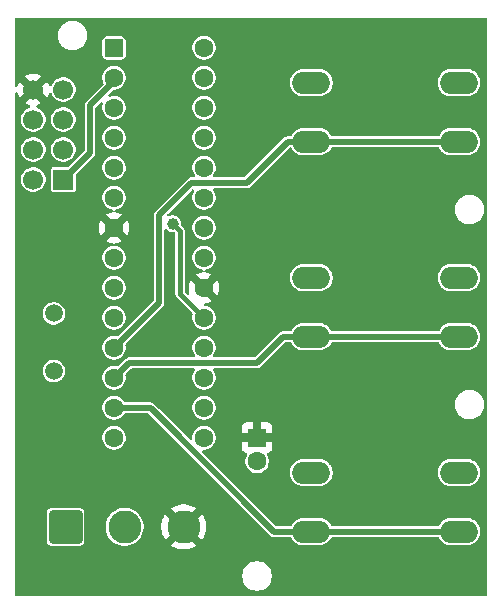
<source format=gbr>
%TF.GenerationSoftware,KiCad,Pcbnew,9.0.3*%
%TF.CreationDate,2025-07-13T14:18:37+05:30*%
%TF.ProjectId,lighting_pcb_tht,6c696768-7469-46e6-975f-7063625f7468,rev?*%
%TF.SameCoordinates,Original*%
%TF.FileFunction,Copper,L2,Bot*%
%TF.FilePolarity,Positive*%
%FSLAX46Y46*%
G04 Gerber Fmt 4.6, Leading zero omitted, Abs format (unit mm)*
G04 Created by KiCad (PCBNEW 9.0.3) date 2025-07-13 14:18:37*
%MOMM*%
%LPD*%
G01*
G04 APERTURE LIST*
G04 Aperture macros list*
%AMRoundRect*
0 Rectangle with rounded corners*
0 $1 Rounding radius*
0 $2 $3 $4 $5 $6 $7 $8 $9 X,Y pos of 4 corners*
0 Add a 4 corners polygon primitive as box body*
4,1,4,$2,$3,$4,$5,$6,$7,$8,$9,$2,$3,0*
0 Add four circle primitives for the rounded corners*
1,1,$1+$1,$2,$3*
1,1,$1+$1,$4,$5*
1,1,$1+$1,$6,$7*
1,1,$1+$1,$8,$9*
0 Add four rect primitives between the rounded corners*
20,1,$1+$1,$2,$3,$4,$5,0*
20,1,$1+$1,$4,$5,$6,$7,0*
20,1,$1+$1,$6,$7,$8,$9,0*
20,1,$1+$1,$8,$9,$2,$3,0*%
G04 Aperture macros list end*
%TA.AperFunction,ComponentPad*%
%ADD10O,3.200000X1.900000*%
%TD*%
%TA.AperFunction,ComponentPad*%
%ADD11R,1.600000X1.600000*%
%TD*%
%TA.AperFunction,ComponentPad*%
%ADD12C,1.600000*%
%TD*%
%TA.AperFunction,ComponentPad*%
%ADD13R,1.700000X1.700000*%
%TD*%
%TA.AperFunction,ComponentPad*%
%ADD14C,1.700000*%
%TD*%
%TA.AperFunction,ComponentPad*%
%ADD15RoundRect,0.250001X-1.149999X-1.149999X1.149999X-1.149999X1.149999X1.149999X-1.149999X1.149999X0*%
%TD*%
%TA.AperFunction,ComponentPad*%
%ADD16C,2.800000*%
%TD*%
%TA.AperFunction,ComponentPad*%
%ADD17RoundRect,0.250000X-0.550000X-0.550000X0.550000X-0.550000X0.550000X0.550000X-0.550000X0.550000X0*%
%TD*%
%TA.AperFunction,ComponentPad*%
%ADD18C,1.500000*%
%TD*%
%TA.AperFunction,ViaPad*%
%ADD19C,1.000000*%
%TD*%
%TA.AperFunction,Conductor*%
%ADD20C,0.500000*%
%TD*%
%TA.AperFunction,Conductor*%
%ADD21C,0.400000*%
%TD*%
G04 APERTURE END LIST*
D10*
%TO.P,SW3,1,1*%
%TO.N,GND*%
X25600000Y-39010000D03*
X38100000Y-39010000D03*
%TO.P,SW3,2,2*%
%TO.N,Net-(U1-PD7)*%
X25600000Y-44010000D03*
X38100000Y-44010000D03*
%TD*%
%TO.P,SW2,1,1*%
%TO.N,GND*%
X25600000Y-22510000D03*
X38100000Y-22510000D03*
%TO.P,SW2,2,2*%
%TO.N,Net-(U1-PD6)*%
X25600000Y-27510000D03*
X38100000Y-27510000D03*
%TD*%
D11*
%TO.P,C3,1*%
%TO.N,+5V*%
X21000000Y-36050000D03*
D12*
%TO.P,C3,2*%
%TO.N,GND*%
X21000000Y-38050000D03*
%TD*%
D13*
%TO.P,J2,1,Pin_1*%
%TO.N,Net-(J2-Pin_1)*%
X4600000Y-14200000D03*
D14*
%TO.P,J2,2,Pin_2*%
%TO.N,Net-(J2-Pin_2)*%
X2060000Y-14200000D03*
%TO.P,J2,3,Pin_3*%
%TO.N,Net-(J2-Pin_3)*%
X4600000Y-11660000D03*
%TO.P,J2,4,Pin_4*%
%TO.N,Net-(J2-Pin_4)*%
X2060000Y-11660000D03*
%TO.P,J2,5,Pin_5*%
%TO.N,Net-(J2-Pin_5)*%
X4600000Y-9120000D03*
%TO.P,J2,6,Pin_6*%
%TO.N,GND*%
X2060000Y-9120000D03*
%TO.P,J2,7,Pin_7*%
%TO.N,Net-(J2-Pin_7)*%
X4600000Y-6580000D03*
%TO.P,J2,8,Pin_8*%
%TO.N,+5V*%
X2060000Y-6580000D03*
%TD*%
D15*
%TO.P,J1,1,Pin_1*%
%TO.N,GND*%
X4790000Y-43610000D03*
D16*
%TO.P,J1,2,Pin_2*%
%TO.N,Net-(J1-Pin_2)*%
X9790000Y-43610000D03*
%TO.P,J1,3,Pin_3*%
%TO.N,+5V*%
X14790000Y-43610000D03*
%TD*%
D17*
%TO.P,U1,1,~{RESET}/PC6*%
%TO.N,Net-(J2-Pin_7)*%
X8890000Y-3050000D03*
D12*
%TO.P,U1,2,PD0*%
%TO.N,Net-(J2-Pin_1)*%
X8890000Y-5590000D03*
%TO.P,U1,3,PD1*%
%TO.N,Net-(J2-Pin_3)*%
X8890000Y-8130000D03*
%TO.P,U1,4,PD2*%
%TO.N,unconnected-(U1-PD2-Pad4)*%
X8890000Y-10670000D03*
%TO.P,U1,5,PD3*%
%TO.N,Net-(U1-PD3)*%
X8890000Y-13210000D03*
%TO.P,U1,6,PD4*%
%TO.N,unconnected-(U1-PD4-Pad6)*%
X8890000Y-15750000D03*
%TO.P,U1,7,VCC*%
%TO.N,+5V*%
X8890000Y-18290000D03*
%TO.P,U1,8,GND*%
%TO.N,GND*%
X8890000Y-20830000D03*
%TO.P,U1,9,XTAL1/PB6*%
%TO.N,Net-(U1-XTAL1{slash}PB6)*%
X8890000Y-23370000D03*
%TO.P,U1,10,XTAL2/PB7*%
%TO.N,Net-(U1-XTAL2{slash}PB7)*%
X8890000Y-25910000D03*
%TO.P,U1,11,PD5*%
%TO.N,Net-(U1-PD5)*%
X8890000Y-28450000D03*
%TO.P,U1,12,PD6*%
%TO.N,Net-(U1-PD6)*%
X8890000Y-30990000D03*
%TO.P,U1,13,PD7*%
%TO.N,Net-(U1-PD7)*%
X8890000Y-33530000D03*
%TO.P,U1,14,PB0*%
%TO.N,unconnected-(U1-PB0-Pad14)*%
X8890000Y-36070000D03*
%TO.P,U1,15,PB1*%
%TO.N,Net-(U1-PB1)*%
X16510000Y-36070000D03*
%TO.P,U1,16,PB2*%
%TO.N,unconnected-(U1-PB2-Pad16)*%
X16510000Y-33530000D03*
%TO.P,U1,17,PB3*%
%TO.N,Net-(J2-Pin_4)*%
X16510000Y-30990000D03*
%TO.P,U1,18,PB4*%
%TO.N,Net-(J2-Pin_2)*%
X16510000Y-28450000D03*
%TO.P,U1,19,PB5*%
%TO.N,Net-(J2-Pin_5)*%
X16510000Y-25910000D03*
%TO.P,U1,20,AVCC*%
%TO.N,+5V*%
X16510000Y-23370000D03*
%TO.P,U1,21,AREF*%
%TO.N,Net-(U1-AREF)*%
X16510000Y-20830000D03*
%TO.P,U1,22,GND*%
%TO.N,GND*%
X16510000Y-18290000D03*
%TO.P,U1,23,PC0*%
X16510000Y-15750000D03*
%TO.P,U1,24,PC1*%
%TO.N,unconnected-(U1-PC1-Pad24)*%
X16510000Y-13210000D03*
%TO.P,U1,25,PC2*%
%TO.N,GND*%
X16510000Y-10670000D03*
%TO.P,U1,26,PC3*%
%TO.N,unconnected-(U1-PC3-Pad26)*%
X16510000Y-8130000D03*
%TO.P,U1,27,PC4*%
%TO.N,unconnected-(U1-PC4-Pad27)*%
X16510000Y-5590000D03*
%TO.P,U1,28,PC5*%
%TO.N,unconnected-(U1-PC5-Pad28)*%
X16510000Y-3050000D03*
%TD*%
D10*
%TO.P,SW1,1,1*%
%TO.N,GND*%
X25600000Y-6000000D03*
X38100000Y-6000000D03*
%TO.P,SW1,2,2*%
%TO.N,Net-(U1-PD5)*%
X25600000Y-11000000D03*
X38100000Y-11000000D03*
%TD*%
D18*
%TO.P,Y1,1,1*%
%TO.N,Net-(U1-XTAL1{slash}PB6)*%
X3790000Y-25540000D03*
%TO.P,Y1,2,2*%
%TO.N,Net-(U1-XTAL2{slash}PB7)*%
X3790000Y-30420000D03*
%TD*%
D19*
%TO.N,+5V*%
X21000000Y-4110000D03*
%TO.N,Net-(J2-Pin_5)*%
X13855000Y-17945000D03*
%TD*%
D20*
%TO.N,Net-(U1-PD5)*%
X15420000Y-14480000D02*
X20120000Y-14480000D01*
X12690000Y-17210000D02*
X15420000Y-14480000D01*
X12690000Y-24650000D02*
X12690000Y-17210000D01*
X25600000Y-11000000D02*
X38100000Y-11000000D01*
X20120000Y-14480000D02*
X23600000Y-11000000D01*
X8890000Y-28450000D02*
X12690000Y-24650000D01*
X23600000Y-11000000D02*
X25600000Y-11000000D01*
%TO.N,Net-(U1-PD6)*%
X25600000Y-27510000D02*
X38100000Y-27510000D01*
X10160000Y-29720000D02*
X20990000Y-29720000D01*
X23200000Y-27510000D02*
X25600000Y-27510000D01*
X8890000Y-30990000D02*
X10160000Y-29720000D01*
X20990000Y-29720000D02*
X23200000Y-27510000D01*
%TO.N,Net-(U1-PD7)*%
X11980000Y-33530000D02*
X22460000Y-44010000D01*
X8890000Y-33530000D02*
X11980000Y-33530000D01*
X22460000Y-44010000D02*
X25600000Y-44010000D01*
X25600000Y-44010000D02*
X38100000Y-44010000D01*
D21*
%TO.N,Net-(J2-Pin_5)*%
X14480000Y-23880000D02*
X16510000Y-25910000D01*
X14480000Y-18570000D02*
X14480000Y-23880000D01*
X13855000Y-17945000D02*
X14480000Y-18570000D01*
D20*
%TO.N,Net-(J2-Pin_1)*%
X6870000Y-11930000D02*
X4600000Y-14200000D01*
X8890000Y-5890000D02*
X6870000Y-7910000D01*
X8890000Y-5590000D02*
X8890000Y-5890000D01*
X6870000Y-7910000D02*
X6870000Y-11930000D01*
%TO.N,Net-(J2-Pin_7)*%
X8890000Y-3280000D02*
X8890000Y-3050000D01*
%TD*%
%TA.AperFunction,Conductor*%
%TO.N,+5V*%
G36*
X40442539Y-520185D02*
G01*
X40488294Y-572989D01*
X40499500Y-624500D01*
X40499500Y-49375500D01*
X40479815Y-49442539D01*
X40427011Y-49488294D01*
X40375500Y-49499500D01*
X624500Y-49499500D01*
X557461Y-49479815D01*
X511706Y-49427011D01*
X500500Y-49375500D01*
X500500Y-47671577D01*
X19749500Y-47671577D01*
X19749500Y-47868422D01*
X19780290Y-48062826D01*
X19841117Y-48250029D01*
X19930476Y-48425405D01*
X20046172Y-48584646D01*
X20185354Y-48723828D01*
X20344595Y-48839524D01*
X20427455Y-48881743D01*
X20519970Y-48928882D01*
X20519972Y-48928882D01*
X20519975Y-48928884D01*
X20620317Y-48961487D01*
X20707173Y-48989709D01*
X20901578Y-49020500D01*
X20901583Y-49020500D01*
X21098422Y-49020500D01*
X21292826Y-48989709D01*
X21480025Y-48928884D01*
X21655405Y-48839524D01*
X21814646Y-48723828D01*
X21953828Y-48584646D01*
X22069524Y-48425405D01*
X22158884Y-48250025D01*
X22219709Y-48062826D01*
X22250500Y-47868422D01*
X22250500Y-47671577D01*
X22219709Y-47477173D01*
X22158882Y-47289970D01*
X22069523Y-47114594D01*
X21953828Y-46955354D01*
X21814646Y-46816172D01*
X21655405Y-46700476D01*
X21480029Y-46611117D01*
X21292826Y-46550290D01*
X21098422Y-46519500D01*
X21098417Y-46519500D01*
X20901583Y-46519500D01*
X20901578Y-46519500D01*
X20707173Y-46550290D01*
X20519970Y-46611117D01*
X20344594Y-46700476D01*
X20253741Y-46766485D01*
X20185354Y-46816172D01*
X20185352Y-46816174D01*
X20185351Y-46816174D01*
X20046174Y-46955351D01*
X20046174Y-46955352D01*
X20046172Y-46955354D01*
X19996485Y-47023741D01*
X19930476Y-47114594D01*
X19841117Y-47289970D01*
X19780290Y-47477173D01*
X19749500Y-47671577D01*
X500500Y-47671577D01*
X500500Y-42405731D01*
X3189500Y-42405731D01*
X3189500Y-44814258D01*
X3192354Y-44844698D01*
X3192354Y-44844699D01*
X3237206Y-44972881D01*
X3252790Y-44993996D01*
X3317850Y-45082150D01*
X3427118Y-45162793D01*
X3555302Y-45207646D01*
X3555301Y-45207646D01*
X3559271Y-45208018D01*
X3585735Y-45210500D01*
X5994264Y-45210499D01*
X6024698Y-45207646D01*
X6152882Y-45162793D01*
X6262150Y-45082150D01*
X6342793Y-44972882D01*
X6387646Y-44844698D01*
X6390500Y-44814265D01*
X6390499Y-43484038D01*
X8189500Y-43484038D01*
X8189500Y-43735961D01*
X8228910Y-43984785D01*
X8306760Y-44224383D01*
X8421132Y-44448848D01*
X8569201Y-44652649D01*
X8569205Y-44652654D01*
X8747345Y-44830794D01*
X8747350Y-44830798D01*
X8925117Y-44959952D01*
X8951155Y-44978870D01*
X9094184Y-45051747D01*
X9175616Y-45093239D01*
X9175618Y-45093239D01*
X9175621Y-45093241D01*
X9415215Y-45171090D01*
X9664038Y-45210500D01*
X9664039Y-45210500D01*
X9915961Y-45210500D01*
X9915962Y-45210500D01*
X10164785Y-45171090D01*
X10404379Y-45093241D01*
X10628845Y-44978870D01*
X10832656Y-44830793D01*
X11010793Y-44652656D01*
X11158870Y-44448845D01*
X11273241Y-44224379D01*
X11351090Y-43984785D01*
X11390500Y-43735962D01*
X11390500Y-43485466D01*
X12890000Y-43485466D01*
X12890000Y-43734533D01*
X12922508Y-43981463D01*
X12986973Y-44222049D01*
X13082283Y-44452148D01*
X13082288Y-44452159D01*
X13206812Y-44667841D01*
X13206822Y-44667854D01*
X13219997Y-44685025D01*
X13219998Y-44685026D01*
X14155098Y-43749926D01*
X14164979Y-43799598D01*
X14213978Y-43917890D01*
X14285112Y-44024351D01*
X14375649Y-44114888D01*
X14482110Y-44186022D01*
X14600402Y-44235021D01*
X14650072Y-44244901D01*
X13714973Y-45180000D01*
X13714973Y-45180001D01*
X13732151Y-45193182D01*
X13947840Y-45317711D01*
X13947851Y-45317716D01*
X14177950Y-45413026D01*
X14418536Y-45477491D01*
X14665466Y-45510000D01*
X14914534Y-45510000D01*
X15161463Y-45477491D01*
X15402049Y-45413026D01*
X15632148Y-45317716D01*
X15632159Y-45317711D01*
X15847850Y-45193180D01*
X15865025Y-45180001D01*
X15865025Y-45180000D01*
X14929927Y-44244900D01*
X14979598Y-44235021D01*
X15097890Y-44186022D01*
X15204351Y-44114888D01*
X15294888Y-44024351D01*
X15366022Y-43917890D01*
X15415021Y-43799598D01*
X15424901Y-43749926D01*
X16360000Y-44685025D01*
X16360001Y-44685025D01*
X16373180Y-44667850D01*
X16497711Y-44452159D01*
X16497716Y-44452148D01*
X16593026Y-44222049D01*
X16657491Y-43981463D01*
X16690000Y-43734533D01*
X16690000Y-43485466D01*
X16657491Y-43238536D01*
X16593026Y-42997950D01*
X16497716Y-42767851D01*
X16497711Y-42767840D01*
X16373182Y-42552151D01*
X16360001Y-42534973D01*
X16360000Y-42534973D01*
X15424901Y-43470072D01*
X15415021Y-43420402D01*
X15366022Y-43302110D01*
X15294888Y-43195649D01*
X15204351Y-43105112D01*
X15097890Y-43033978D01*
X14979598Y-42984979D01*
X14929926Y-42975098D01*
X15865026Y-42039998D01*
X15865025Y-42039997D01*
X15847854Y-42026822D01*
X15847841Y-42026812D01*
X15632159Y-41902288D01*
X15632148Y-41902283D01*
X15402049Y-41806973D01*
X15161463Y-41742508D01*
X14914534Y-41710000D01*
X14665466Y-41710000D01*
X14418536Y-41742508D01*
X14177950Y-41806973D01*
X13947851Y-41902283D01*
X13947840Y-41902288D01*
X13732150Y-42026818D01*
X13732145Y-42026821D01*
X13714973Y-42039997D01*
X13714973Y-42039998D01*
X14650073Y-42975098D01*
X14600402Y-42984979D01*
X14482110Y-43033978D01*
X14375649Y-43105112D01*
X14285112Y-43195649D01*
X14213978Y-43302110D01*
X14164979Y-43420402D01*
X14155098Y-43470073D01*
X13219998Y-42534973D01*
X13219997Y-42534973D01*
X13206821Y-42552145D01*
X13206818Y-42552150D01*
X13082288Y-42767840D01*
X13082283Y-42767851D01*
X12986973Y-42997950D01*
X12922508Y-43238536D01*
X12890000Y-43485466D01*
X11390500Y-43485466D01*
X11390500Y-43484038D01*
X11351090Y-43235215D01*
X11273241Y-42995621D01*
X11273239Y-42995618D01*
X11273239Y-42995616D01*
X11203884Y-42859500D01*
X11158870Y-42771155D01*
X11139952Y-42745117D01*
X11010798Y-42567350D01*
X11010794Y-42567345D01*
X10832654Y-42389205D01*
X10832649Y-42389201D01*
X10628848Y-42241132D01*
X10628847Y-42241131D01*
X10628845Y-42241130D01*
X10530103Y-42190818D01*
X10404383Y-42126760D01*
X10164785Y-42048910D01*
X10108511Y-42039997D01*
X9915962Y-42009500D01*
X9664038Y-42009500D01*
X9554735Y-42026812D01*
X9415214Y-42048910D01*
X9175616Y-42126760D01*
X8951151Y-42241132D01*
X8747350Y-42389201D01*
X8747345Y-42389205D01*
X8569205Y-42567345D01*
X8569201Y-42567350D01*
X8421132Y-42771151D01*
X8306760Y-42995616D01*
X8228910Y-43235214D01*
X8189500Y-43484038D01*
X6390499Y-43484038D01*
X6390499Y-42405736D01*
X6387646Y-42375302D01*
X6342793Y-42247118D01*
X6262150Y-42137850D01*
X6152882Y-42057207D01*
X6152881Y-42057206D01*
X6024695Y-42012353D01*
X6024698Y-42012353D01*
X5994268Y-42009500D01*
X3585741Y-42009500D01*
X3555301Y-42012354D01*
X3555300Y-42012354D01*
X3427118Y-42057206D01*
X3317850Y-42137850D01*
X3237206Y-42247118D01*
X3192353Y-42375302D01*
X3189500Y-42405731D01*
X500500Y-42405731D01*
X500500Y-36168543D01*
X7889499Y-36168543D01*
X7927947Y-36361829D01*
X7927950Y-36361839D01*
X8003364Y-36543907D01*
X8003371Y-36543920D01*
X8112860Y-36707781D01*
X8112863Y-36707785D01*
X8252214Y-36847136D01*
X8252218Y-36847139D01*
X8416079Y-36956628D01*
X8416092Y-36956635D01*
X8598160Y-37032049D01*
X8598165Y-37032051D01*
X8598169Y-37032051D01*
X8598170Y-37032052D01*
X8791456Y-37070500D01*
X8791459Y-37070500D01*
X8988543Y-37070500D01*
X9118582Y-37044632D01*
X9181835Y-37032051D01*
X9362111Y-36957379D01*
X9363907Y-36956635D01*
X9363907Y-36956634D01*
X9363914Y-36956632D01*
X9527782Y-36847139D01*
X9667139Y-36707782D01*
X9776632Y-36543914D01*
X9852051Y-36361835D01*
X9865225Y-36295606D01*
X9890500Y-36168543D01*
X9890500Y-35971456D01*
X9852052Y-35778170D01*
X9852051Y-35778169D01*
X9852051Y-35778165D01*
X9852049Y-35778160D01*
X9776635Y-35596092D01*
X9776628Y-35596079D01*
X9667139Y-35432218D01*
X9667136Y-35432214D01*
X9527785Y-35292863D01*
X9527781Y-35292860D01*
X9363920Y-35183371D01*
X9363907Y-35183364D01*
X9181839Y-35107950D01*
X9181829Y-35107947D01*
X8988543Y-35069500D01*
X8988541Y-35069500D01*
X8791459Y-35069500D01*
X8791457Y-35069500D01*
X8598170Y-35107947D01*
X8598160Y-35107950D01*
X8416092Y-35183364D01*
X8416079Y-35183371D01*
X8252218Y-35292860D01*
X8252214Y-35292863D01*
X8112863Y-35432214D01*
X8112860Y-35432218D01*
X8003371Y-35596079D01*
X8003364Y-35596092D01*
X7927950Y-35778160D01*
X7927947Y-35778170D01*
X7889500Y-35971456D01*
X7889500Y-35971459D01*
X7889500Y-36168541D01*
X7889500Y-36168543D01*
X7889499Y-36168543D01*
X500500Y-36168543D01*
X500500Y-33628543D01*
X7889499Y-33628543D01*
X7927947Y-33821829D01*
X7927950Y-33821839D01*
X8003364Y-34003907D01*
X8003371Y-34003920D01*
X8112860Y-34167781D01*
X8112863Y-34167785D01*
X8252214Y-34307136D01*
X8252218Y-34307139D01*
X8416079Y-34416628D01*
X8416092Y-34416635D01*
X8544226Y-34469709D01*
X8598165Y-34492051D01*
X8598169Y-34492051D01*
X8598170Y-34492052D01*
X8791456Y-34530500D01*
X8791459Y-34530500D01*
X8988543Y-34530500D01*
X9139359Y-34500500D01*
X9181835Y-34492051D01*
X9363914Y-34416632D01*
X9527782Y-34307139D01*
X9667139Y-34167782D01*
X9736052Y-34064647D01*
X9755454Y-34035610D01*
X9809066Y-33990804D01*
X9858556Y-33980500D01*
X11742035Y-33980500D01*
X11809074Y-34000185D01*
X11829716Y-34016819D01*
X22183386Y-44370489D01*
X22286113Y-44429799D01*
X22310321Y-44436284D01*
X22310324Y-44436286D01*
X22310325Y-44436286D01*
X22340447Y-44444357D01*
X22400691Y-44460500D01*
X23812317Y-44460500D01*
X23879356Y-44480185D01*
X23922802Y-44528205D01*
X23966006Y-44612998D01*
X24072441Y-44759494D01*
X24072445Y-44759499D01*
X24200500Y-44887554D01*
X24200505Y-44887558D01*
X24317945Y-44972882D01*
X24347006Y-44993996D01*
X24452484Y-45047740D01*
X24508360Y-45076211D01*
X24508363Y-45076212D01*
X24594476Y-45104191D01*
X24680591Y-45132171D01*
X24763429Y-45145291D01*
X24859449Y-45160500D01*
X24859454Y-45160500D01*
X26340551Y-45160500D01*
X26427259Y-45146765D01*
X26519409Y-45132171D01*
X26691639Y-45076211D01*
X26852994Y-44993996D01*
X26999501Y-44887553D01*
X27127553Y-44759501D01*
X27233996Y-44612994D01*
X27277198Y-44528204D01*
X27325173Y-44477409D01*
X27387683Y-44460500D01*
X36312317Y-44460500D01*
X36379356Y-44480185D01*
X36422802Y-44528205D01*
X36466006Y-44612998D01*
X36572441Y-44759494D01*
X36572445Y-44759499D01*
X36700500Y-44887554D01*
X36700505Y-44887558D01*
X36817945Y-44972882D01*
X36847006Y-44993996D01*
X36952484Y-45047740D01*
X37008360Y-45076211D01*
X37008363Y-45076212D01*
X37094476Y-45104191D01*
X37180591Y-45132171D01*
X37263429Y-45145291D01*
X37359449Y-45160500D01*
X37359454Y-45160500D01*
X38840551Y-45160500D01*
X38927259Y-45146765D01*
X39019409Y-45132171D01*
X39191639Y-45076211D01*
X39352994Y-44993996D01*
X39499501Y-44887553D01*
X39627553Y-44759501D01*
X39733996Y-44612994D01*
X39816211Y-44451639D01*
X39872171Y-44279409D01*
X39886962Y-44186022D01*
X39900500Y-44100551D01*
X39900500Y-43919448D01*
X39881517Y-43799598D01*
X39872171Y-43740591D01*
X39816211Y-43568361D01*
X39816211Y-43568360D01*
X39777198Y-43491795D01*
X39733996Y-43407006D01*
X39657785Y-43302110D01*
X39627558Y-43260505D01*
X39627554Y-43260500D01*
X39499499Y-43132445D01*
X39499494Y-43132441D01*
X39352997Y-43026006D01*
X39352996Y-43026005D01*
X39352994Y-43026004D01*
X39297935Y-42997950D01*
X39191639Y-42943788D01*
X39191636Y-42943787D01*
X39019410Y-42887829D01*
X38840551Y-42859500D01*
X38840546Y-42859500D01*
X37359454Y-42859500D01*
X37359449Y-42859500D01*
X37180589Y-42887829D01*
X37008363Y-42943787D01*
X37008360Y-42943788D01*
X36847002Y-43026006D01*
X36700505Y-43132441D01*
X36700500Y-43132445D01*
X36572445Y-43260500D01*
X36572441Y-43260505D01*
X36466006Y-43407001D01*
X36459178Y-43420402D01*
X36426027Y-43485466D01*
X36422802Y-43491795D01*
X36374827Y-43542591D01*
X36312317Y-43559500D01*
X27387683Y-43559500D01*
X27320644Y-43539815D01*
X27277198Y-43491795D01*
X27233996Y-43407006D01*
X27233994Y-43407003D01*
X27233993Y-43407001D01*
X27127558Y-43260505D01*
X27127554Y-43260500D01*
X26999499Y-43132445D01*
X26999494Y-43132441D01*
X26852997Y-43026006D01*
X26852996Y-43026005D01*
X26852994Y-43026004D01*
X26797935Y-42997950D01*
X26691639Y-42943788D01*
X26691636Y-42943787D01*
X26519410Y-42887829D01*
X26340551Y-42859500D01*
X26340546Y-42859500D01*
X24859454Y-42859500D01*
X24859449Y-42859500D01*
X24680589Y-42887829D01*
X24508363Y-42943787D01*
X24508360Y-42943788D01*
X24347002Y-43026006D01*
X24200505Y-43132441D01*
X24200500Y-43132445D01*
X24072445Y-43260500D01*
X24072441Y-43260505D01*
X23966006Y-43407001D01*
X23959178Y-43420402D01*
X23926027Y-43485466D01*
X23922802Y-43491795D01*
X23874827Y-43542591D01*
X23812317Y-43559500D01*
X22697965Y-43559500D01*
X22630926Y-43539815D01*
X22610284Y-43523181D01*
X16369284Y-37282181D01*
X16335799Y-37220858D01*
X16340783Y-37151166D01*
X16382655Y-37095233D01*
X16448119Y-37070816D01*
X16456965Y-37070500D01*
X16608543Y-37070500D01*
X16738582Y-37044632D01*
X16801835Y-37032051D01*
X16982111Y-36957379D01*
X16983907Y-36956635D01*
X16983907Y-36956634D01*
X16983914Y-36956632D01*
X17147782Y-36847139D01*
X17287139Y-36707782D01*
X17396632Y-36543914D01*
X17456243Y-36400000D01*
X19700000Y-36400000D01*
X19700000Y-36897844D01*
X19706401Y-36957372D01*
X19706403Y-36957379D01*
X19756645Y-37092086D01*
X19756649Y-37092093D01*
X19842809Y-37207187D01*
X19842812Y-37207190D01*
X19957906Y-37293350D01*
X19957913Y-37293354D01*
X20086745Y-37341405D01*
X20142679Y-37383276D01*
X20167096Y-37448740D01*
X20152245Y-37517013D01*
X20146515Y-37526477D01*
X20113370Y-37576081D01*
X20113364Y-37576092D01*
X20037950Y-37758160D01*
X20037947Y-37758170D01*
X19999500Y-37951456D01*
X19999500Y-37951459D01*
X19999500Y-38148541D01*
X19999500Y-38148543D01*
X19999499Y-38148543D01*
X20037947Y-38341829D01*
X20037950Y-38341839D01*
X20113364Y-38523907D01*
X20113371Y-38523920D01*
X20222860Y-38687781D01*
X20222863Y-38687785D01*
X20362214Y-38827136D01*
X20362218Y-38827139D01*
X20526079Y-38936628D01*
X20526092Y-38936635D01*
X20708160Y-39012049D01*
X20708165Y-39012051D01*
X20708169Y-39012051D01*
X20708170Y-39012052D01*
X20901456Y-39050500D01*
X20901459Y-39050500D01*
X21098543Y-39050500D01*
X21228582Y-39024632D01*
X21291835Y-39012051D01*
X21473914Y-38936632D01*
X21499632Y-38919448D01*
X23799500Y-38919448D01*
X23799500Y-39100551D01*
X23827829Y-39279410D01*
X23883787Y-39451636D01*
X23883788Y-39451639D01*
X23966006Y-39612997D01*
X24072441Y-39759494D01*
X24072445Y-39759499D01*
X24200500Y-39887554D01*
X24200505Y-39887558D01*
X24328287Y-39980396D01*
X24347006Y-39993996D01*
X24452484Y-40047740D01*
X24508360Y-40076211D01*
X24508363Y-40076212D01*
X24594476Y-40104191D01*
X24680591Y-40132171D01*
X24763429Y-40145291D01*
X24859449Y-40160500D01*
X24859454Y-40160500D01*
X26340551Y-40160500D01*
X26427259Y-40146765D01*
X26519409Y-40132171D01*
X26691639Y-40076211D01*
X26852994Y-39993996D01*
X26999501Y-39887553D01*
X27127553Y-39759501D01*
X27233996Y-39612994D01*
X27316211Y-39451639D01*
X27372171Y-39279409D01*
X27386765Y-39187259D01*
X27400500Y-39100551D01*
X27400500Y-38919448D01*
X36299500Y-38919448D01*
X36299500Y-39100551D01*
X36327829Y-39279410D01*
X36383787Y-39451636D01*
X36383788Y-39451639D01*
X36466006Y-39612997D01*
X36572441Y-39759494D01*
X36572445Y-39759499D01*
X36700500Y-39887554D01*
X36700505Y-39887558D01*
X36828287Y-39980396D01*
X36847006Y-39993996D01*
X36952484Y-40047740D01*
X37008360Y-40076211D01*
X37008363Y-40076212D01*
X37094476Y-40104191D01*
X37180591Y-40132171D01*
X37263429Y-40145291D01*
X37359449Y-40160500D01*
X37359454Y-40160500D01*
X38840551Y-40160500D01*
X38927259Y-40146765D01*
X39019409Y-40132171D01*
X39191639Y-40076211D01*
X39352994Y-39993996D01*
X39499501Y-39887553D01*
X39627553Y-39759501D01*
X39733996Y-39612994D01*
X39816211Y-39451639D01*
X39872171Y-39279409D01*
X39886765Y-39187259D01*
X39900500Y-39100551D01*
X39900500Y-38919448D01*
X39884019Y-38815397D01*
X39872171Y-38740591D01*
X39816211Y-38568361D01*
X39816211Y-38568360D01*
X39787740Y-38512484D01*
X39733996Y-38407006D01*
X39686647Y-38341835D01*
X39627558Y-38260505D01*
X39627554Y-38260500D01*
X39499499Y-38132445D01*
X39499494Y-38132441D01*
X39352997Y-38026006D01*
X39352996Y-38026005D01*
X39352994Y-38026004D01*
X39301300Y-37999664D01*
X39191639Y-37943788D01*
X39191636Y-37943787D01*
X39019410Y-37887829D01*
X38840551Y-37859500D01*
X38840546Y-37859500D01*
X37359454Y-37859500D01*
X37359449Y-37859500D01*
X37180589Y-37887829D01*
X37008363Y-37943787D01*
X37008360Y-37943788D01*
X36847002Y-38026006D01*
X36700505Y-38132441D01*
X36700500Y-38132445D01*
X36572445Y-38260500D01*
X36572441Y-38260505D01*
X36466006Y-38407002D01*
X36383788Y-38568360D01*
X36383787Y-38568363D01*
X36327829Y-38740589D01*
X36299500Y-38919448D01*
X27400500Y-38919448D01*
X27384019Y-38815397D01*
X27372171Y-38740591D01*
X27316211Y-38568361D01*
X27316211Y-38568360D01*
X27287740Y-38512484D01*
X27233996Y-38407006D01*
X27186647Y-38341835D01*
X27127558Y-38260505D01*
X27127554Y-38260500D01*
X26999499Y-38132445D01*
X26999494Y-38132441D01*
X26852997Y-38026006D01*
X26852996Y-38026005D01*
X26852994Y-38026004D01*
X26801300Y-37999664D01*
X26691639Y-37943788D01*
X26691636Y-37943787D01*
X26519410Y-37887829D01*
X26340551Y-37859500D01*
X26340546Y-37859500D01*
X24859454Y-37859500D01*
X24859449Y-37859500D01*
X24680589Y-37887829D01*
X24508363Y-37943787D01*
X24508360Y-37943788D01*
X24347002Y-38026006D01*
X24200505Y-38132441D01*
X24200500Y-38132445D01*
X24072445Y-38260500D01*
X24072441Y-38260505D01*
X23966006Y-38407002D01*
X23883788Y-38568360D01*
X23883787Y-38568363D01*
X23827829Y-38740589D01*
X23799500Y-38919448D01*
X21499632Y-38919448D01*
X21637782Y-38827139D01*
X21637785Y-38827136D01*
X21638021Y-38826901D01*
X21777136Y-38687785D01*
X21777139Y-38687782D01*
X21886632Y-38523914D01*
X21962051Y-38341835D01*
X22000500Y-38148541D01*
X22000500Y-37951459D01*
X22000500Y-37951456D01*
X21962052Y-37758170D01*
X21962051Y-37758169D01*
X21962051Y-37758165D01*
X21962049Y-37758160D01*
X21886635Y-37576092D01*
X21886631Y-37576085D01*
X21853484Y-37526477D01*
X21832607Y-37459801D01*
X21851091Y-37392421D01*
X21903070Y-37345730D01*
X21913255Y-37341405D01*
X22042084Y-37293355D01*
X22042093Y-37293350D01*
X22157187Y-37207190D01*
X22157190Y-37207187D01*
X22243350Y-37092093D01*
X22243354Y-37092086D01*
X22293596Y-36957379D01*
X22293598Y-36957372D01*
X22299999Y-36897844D01*
X22300000Y-36897827D01*
X22300000Y-36400000D01*
X21193783Y-36400000D01*
X21245606Y-36370080D01*
X21320080Y-36295606D01*
X21372741Y-36204394D01*
X21400000Y-36102661D01*
X21400000Y-35997339D01*
X21372741Y-35895606D01*
X21320080Y-35804394D01*
X21245606Y-35729920D01*
X21193783Y-35700000D01*
X21350000Y-35700000D01*
X22300000Y-35700000D01*
X22300000Y-35202172D01*
X22299999Y-35202155D01*
X22293598Y-35142627D01*
X22293596Y-35142620D01*
X22243354Y-35007913D01*
X22243350Y-35007906D01*
X22157190Y-34892812D01*
X22157187Y-34892809D01*
X22042093Y-34806649D01*
X22042086Y-34806645D01*
X21907379Y-34756403D01*
X21907372Y-34756401D01*
X21847844Y-34750000D01*
X21350000Y-34750000D01*
X21350000Y-35700000D01*
X21193783Y-35700000D01*
X21154394Y-35677259D01*
X21052661Y-35650000D01*
X20947339Y-35650000D01*
X20845606Y-35677259D01*
X20754394Y-35729920D01*
X20679920Y-35804394D01*
X20627259Y-35895606D01*
X20600000Y-35997339D01*
X20600000Y-36102661D01*
X20627259Y-36204394D01*
X20679920Y-36295606D01*
X20754394Y-36370080D01*
X20806217Y-36400000D01*
X19700000Y-36400000D01*
X17456243Y-36400000D01*
X17472051Y-36361835D01*
X17472052Y-36361829D01*
X17479489Y-36324445D01*
X17479489Y-36324443D01*
X17510499Y-36168545D01*
X17510500Y-36168543D01*
X17510500Y-35971456D01*
X17472052Y-35778170D01*
X17472051Y-35778169D01*
X17472051Y-35778165D01*
X17472049Y-35778160D01*
X17396635Y-35596092D01*
X17396628Y-35596079D01*
X17287139Y-35432218D01*
X17287136Y-35432214D01*
X17147784Y-35292862D01*
X17147782Y-35292861D01*
X17012032Y-35202155D01*
X19700000Y-35202155D01*
X19700000Y-35700000D01*
X20650000Y-35700000D01*
X20650000Y-34750000D01*
X20152155Y-34750000D01*
X20092627Y-34756401D01*
X20092620Y-34756403D01*
X19957913Y-34806645D01*
X19957906Y-34806649D01*
X19842812Y-34892809D01*
X19842809Y-34892812D01*
X19756649Y-35007906D01*
X19756645Y-35007913D01*
X19706403Y-35142620D01*
X19706401Y-35142627D01*
X19700000Y-35202155D01*
X17012032Y-35202155D01*
X16983920Y-35183371D01*
X16983907Y-35183364D01*
X16801839Y-35107950D01*
X16801829Y-35107947D01*
X16608543Y-35069500D01*
X16608541Y-35069500D01*
X16411459Y-35069500D01*
X16411457Y-35069500D01*
X16218170Y-35107947D01*
X16218160Y-35107950D01*
X16036092Y-35183364D01*
X16036079Y-35183371D01*
X15872218Y-35292860D01*
X15872214Y-35292863D01*
X15732863Y-35432214D01*
X15732860Y-35432218D01*
X15623371Y-35596079D01*
X15623364Y-35596092D01*
X15547950Y-35778160D01*
X15547947Y-35778170D01*
X15509500Y-35971456D01*
X15509500Y-36123035D01*
X15489815Y-36190074D01*
X15437011Y-36235829D01*
X15367853Y-36245773D01*
X15304297Y-36216748D01*
X15297819Y-36210716D01*
X12715646Y-33628543D01*
X15509499Y-33628543D01*
X15547947Y-33821829D01*
X15547950Y-33821839D01*
X15623364Y-34003907D01*
X15623371Y-34003920D01*
X15732860Y-34167781D01*
X15732863Y-34167785D01*
X15872214Y-34307136D01*
X15872218Y-34307139D01*
X16036079Y-34416628D01*
X16036092Y-34416635D01*
X16164226Y-34469709D01*
X16218165Y-34492051D01*
X16218169Y-34492051D01*
X16218170Y-34492052D01*
X16411456Y-34530500D01*
X16411459Y-34530500D01*
X16608543Y-34530500D01*
X16759359Y-34500500D01*
X16801835Y-34492051D01*
X16983914Y-34416632D01*
X17147782Y-34307139D01*
X17287139Y-34167782D01*
X17396632Y-34003914D01*
X17472051Y-33821835D01*
X17510500Y-33628541D01*
X17510500Y-33431459D01*
X17510500Y-33431456D01*
X17472052Y-33238170D01*
X17472051Y-33238169D01*
X17472051Y-33238165D01*
X17436185Y-33151577D01*
X37749500Y-33151577D01*
X37749500Y-33348422D01*
X37780290Y-33542826D01*
X37841117Y-33730029D01*
X37887892Y-33821829D01*
X37930476Y-33905405D01*
X38046172Y-34064646D01*
X38185354Y-34203828D01*
X38344595Y-34319524D01*
X38427455Y-34361743D01*
X38519970Y-34408882D01*
X38519972Y-34408882D01*
X38519975Y-34408884D01*
X38620317Y-34441487D01*
X38707173Y-34469709D01*
X38901578Y-34500500D01*
X38901583Y-34500500D01*
X39098422Y-34500500D01*
X39292826Y-34469709D01*
X39480025Y-34408884D01*
X39655405Y-34319524D01*
X39814646Y-34203828D01*
X39953828Y-34064646D01*
X40069524Y-33905405D01*
X40158884Y-33730025D01*
X40219709Y-33542826D01*
X40237348Y-33431459D01*
X40250500Y-33348422D01*
X40250500Y-33151577D01*
X40219709Y-32957173D01*
X40158882Y-32769970D01*
X40069523Y-32594594D01*
X40022229Y-32529500D01*
X39953828Y-32435354D01*
X39814646Y-32296172D01*
X39655405Y-32180476D01*
X39480029Y-32091117D01*
X39292826Y-32030290D01*
X39098422Y-31999500D01*
X39098417Y-31999500D01*
X38901583Y-31999500D01*
X38901578Y-31999500D01*
X38707173Y-32030290D01*
X38519970Y-32091117D01*
X38344594Y-32180476D01*
X38253741Y-32246485D01*
X38185354Y-32296172D01*
X38185352Y-32296174D01*
X38185351Y-32296174D01*
X38046174Y-32435351D01*
X38046174Y-32435352D01*
X38046172Y-32435354D01*
X37996485Y-32503741D01*
X37930476Y-32594594D01*
X37841117Y-32769970D01*
X37780290Y-32957173D01*
X37749500Y-33151577D01*
X17436185Y-33151577D01*
X17416359Y-33103712D01*
X17396635Y-33056092D01*
X17396628Y-33056079D01*
X17287139Y-32892218D01*
X17287136Y-32892214D01*
X17147785Y-32752863D01*
X17147781Y-32752860D01*
X16983920Y-32643371D01*
X16983907Y-32643364D01*
X16801839Y-32567950D01*
X16801829Y-32567947D01*
X16608543Y-32529500D01*
X16608541Y-32529500D01*
X16411459Y-32529500D01*
X16411457Y-32529500D01*
X16218170Y-32567947D01*
X16218160Y-32567950D01*
X16036092Y-32643364D01*
X16036079Y-32643371D01*
X15872218Y-32752860D01*
X15872214Y-32752863D01*
X15732863Y-32892214D01*
X15732860Y-32892218D01*
X15623371Y-33056079D01*
X15623364Y-33056092D01*
X15547950Y-33238160D01*
X15547947Y-33238170D01*
X15509500Y-33431456D01*
X15509500Y-33431459D01*
X15509500Y-33628541D01*
X15509500Y-33628543D01*
X15509499Y-33628543D01*
X12715646Y-33628543D01*
X12256616Y-33169513D01*
X12256614Y-33169511D01*
X12205250Y-33139856D01*
X12153888Y-33110201D01*
X12141780Y-33106957D01*
X12129673Y-33103713D01*
X12129670Y-33103712D01*
X12091478Y-33093478D01*
X12039309Y-33079500D01*
X12039308Y-33079500D01*
X9858556Y-33079500D01*
X9791517Y-33059815D01*
X9755454Y-33024390D01*
X9667142Y-32892222D01*
X9667136Y-32892214D01*
X9527785Y-32752863D01*
X9527781Y-32752860D01*
X9363920Y-32643371D01*
X9363907Y-32643364D01*
X9181839Y-32567950D01*
X9181829Y-32567947D01*
X8988543Y-32529500D01*
X8988541Y-32529500D01*
X8791459Y-32529500D01*
X8791457Y-32529500D01*
X8598170Y-32567947D01*
X8598160Y-32567950D01*
X8416092Y-32643364D01*
X8416079Y-32643371D01*
X8252218Y-32752860D01*
X8252214Y-32752863D01*
X8112863Y-32892214D01*
X8112860Y-32892218D01*
X8003371Y-33056079D01*
X8003364Y-33056092D01*
X7927950Y-33238160D01*
X7927947Y-33238170D01*
X7889500Y-33431456D01*
X7889500Y-33431459D01*
X7889500Y-33628541D01*
X7889500Y-33628543D01*
X7889499Y-33628543D01*
X500500Y-33628543D01*
X500500Y-30326379D01*
X2839500Y-30326379D01*
X2839500Y-30513620D01*
X2876025Y-30697243D01*
X2876027Y-30697251D01*
X2947676Y-30870228D01*
X2947681Y-30870237D01*
X3051697Y-31025907D01*
X3051700Y-31025911D01*
X3184088Y-31158299D01*
X3184092Y-31158302D01*
X3339762Y-31262318D01*
X3339768Y-31262321D01*
X3339769Y-31262322D01*
X3512749Y-31333973D01*
X3696379Y-31370499D01*
X3696383Y-31370500D01*
X3696384Y-31370500D01*
X3883617Y-31370500D01*
X3883618Y-31370499D01*
X4067251Y-31333973D01*
X4240231Y-31262322D01*
X4395908Y-31158302D01*
X4465667Y-31088543D01*
X7889499Y-31088543D01*
X7927947Y-31281829D01*
X7927950Y-31281839D01*
X8003364Y-31463907D01*
X8003371Y-31463920D01*
X8112860Y-31627781D01*
X8112863Y-31627785D01*
X8252214Y-31767136D01*
X8252218Y-31767139D01*
X8416079Y-31876628D01*
X8416092Y-31876635D01*
X8598160Y-31952049D01*
X8598165Y-31952051D01*
X8598169Y-31952051D01*
X8598170Y-31952052D01*
X8791456Y-31990500D01*
X8791459Y-31990500D01*
X8988543Y-31990500D01*
X9118582Y-31964632D01*
X9181835Y-31952051D01*
X9363914Y-31876632D01*
X9527782Y-31767139D01*
X9667139Y-31627782D01*
X9776632Y-31463914D01*
X9852051Y-31281835D01*
X9890500Y-31088541D01*
X9890500Y-30891459D01*
X9890500Y-30891456D01*
X9875308Y-30815086D01*
X9859487Y-30735548D01*
X9865714Y-30665960D01*
X9893420Y-30623681D01*
X10310284Y-30206819D01*
X10371607Y-30173334D01*
X10397965Y-30170500D01*
X15622293Y-30170500D01*
X15689332Y-30190185D01*
X15735087Y-30242989D01*
X15745031Y-30312147D01*
X15725395Y-30363391D01*
X15623371Y-30516079D01*
X15623364Y-30516092D01*
X15547950Y-30698160D01*
X15547947Y-30698170D01*
X15509500Y-30891456D01*
X15509500Y-30891459D01*
X15509500Y-31088541D01*
X15509500Y-31088543D01*
X15509499Y-31088543D01*
X15547947Y-31281829D01*
X15547950Y-31281839D01*
X15623364Y-31463907D01*
X15623371Y-31463920D01*
X15732860Y-31627781D01*
X15732863Y-31627785D01*
X15872214Y-31767136D01*
X15872218Y-31767139D01*
X16036079Y-31876628D01*
X16036092Y-31876635D01*
X16218160Y-31952049D01*
X16218165Y-31952051D01*
X16218169Y-31952051D01*
X16218170Y-31952052D01*
X16411456Y-31990500D01*
X16411459Y-31990500D01*
X16608543Y-31990500D01*
X16738582Y-31964632D01*
X16801835Y-31952051D01*
X16983914Y-31876632D01*
X17147782Y-31767139D01*
X17287139Y-31627782D01*
X17396632Y-31463914D01*
X17472051Y-31281835D01*
X17510500Y-31088541D01*
X17510500Y-30891459D01*
X17510500Y-30891456D01*
X17472052Y-30698170D01*
X17472051Y-30698169D01*
X17472051Y-30698165D01*
X17462352Y-30674750D01*
X17396635Y-30516092D01*
X17396628Y-30516079D01*
X17294605Y-30363391D01*
X17273727Y-30296713D01*
X17292212Y-30229333D01*
X17344190Y-30182643D01*
X17397707Y-30170500D01*
X21049307Y-30170500D01*
X21049309Y-30170500D01*
X21134809Y-30147590D01*
X21152878Y-30142749D01*
X21152879Y-30142748D01*
X21163887Y-30139799D01*
X21266614Y-30080489D01*
X23350284Y-27996819D01*
X23411607Y-27963334D01*
X23437965Y-27960500D01*
X23812317Y-27960500D01*
X23879356Y-27980185D01*
X23922802Y-28028205D01*
X23966006Y-28112998D01*
X24072441Y-28259494D01*
X24072445Y-28259499D01*
X24200500Y-28387554D01*
X24200505Y-28387558D01*
X24328287Y-28480396D01*
X24347006Y-28493996D01*
X24452484Y-28547740D01*
X24508360Y-28576211D01*
X24508363Y-28576212D01*
X24594476Y-28604191D01*
X24680591Y-28632171D01*
X24763429Y-28645291D01*
X24859449Y-28660500D01*
X24859454Y-28660500D01*
X26340551Y-28660500D01*
X26427259Y-28646765D01*
X26519409Y-28632171D01*
X26691639Y-28576211D01*
X26852994Y-28493996D01*
X26999501Y-28387553D01*
X27127553Y-28259501D01*
X27233996Y-28112994D01*
X27277198Y-28028204D01*
X27325173Y-27977409D01*
X27387683Y-27960500D01*
X36312317Y-27960500D01*
X36379356Y-27980185D01*
X36422802Y-28028205D01*
X36466006Y-28112998D01*
X36572441Y-28259494D01*
X36572445Y-28259499D01*
X36700500Y-28387554D01*
X36700505Y-28387558D01*
X36828287Y-28480396D01*
X36847006Y-28493996D01*
X36952484Y-28547740D01*
X37008360Y-28576211D01*
X37008363Y-28576212D01*
X37094476Y-28604191D01*
X37180591Y-28632171D01*
X37263429Y-28645291D01*
X37359449Y-28660500D01*
X37359454Y-28660500D01*
X38840551Y-28660500D01*
X38927259Y-28646765D01*
X39019409Y-28632171D01*
X39191639Y-28576211D01*
X39352994Y-28493996D01*
X39499501Y-28387553D01*
X39627553Y-28259501D01*
X39733996Y-28112994D01*
X39816211Y-27951639D01*
X39872171Y-27779409D01*
X39889046Y-27672863D01*
X39900500Y-27600551D01*
X39900500Y-27419448D01*
X39884019Y-27315397D01*
X39872171Y-27240591D01*
X39823307Y-27090201D01*
X39816212Y-27068363D01*
X39816211Y-27068360D01*
X39777198Y-26991795D01*
X39733996Y-26907006D01*
X39708598Y-26872049D01*
X39627558Y-26760505D01*
X39627554Y-26760500D01*
X39499499Y-26632445D01*
X39499494Y-26632441D01*
X39352997Y-26526006D01*
X39352996Y-26526005D01*
X39352994Y-26526004D01*
X39283312Y-26490499D01*
X39191639Y-26443788D01*
X39191636Y-26443787D01*
X39019410Y-26387829D01*
X38840551Y-26359500D01*
X38840546Y-26359500D01*
X37359454Y-26359500D01*
X37359449Y-26359500D01*
X37180589Y-26387829D01*
X37008363Y-26443787D01*
X37008360Y-26443788D01*
X36847002Y-26526006D01*
X36700505Y-26632441D01*
X36700500Y-26632445D01*
X36572445Y-26760500D01*
X36572441Y-26760505D01*
X36466006Y-26907001D01*
X36422802Y-26991795D01*
X36374827Y-27042591D01*
X36312317Y-27059500D01*
X27387683Y-27059500D01*
X27320644Y-27039815D01*
X27277198Y-26991795D01*
X27233993Y-26907001D01*
X27127558Y-26760505D01*
X27127554Y-26760500D01*
X26999499Y-26632445D01*
X26999494Y-26632441D01*
X26852997Y-26526006D01*
X26852996Y-26526005D01*
X26852994Y-26526004D01*
X26783312Y-26490499D01*
X26691639Y-26443788D01*
X26691636Y-26443787D01*
X26519410Y-26387829D01*
X26340551Y-26359500D01*
X26340546Y-26359500D01*
X24859454Y-26359500D01*
X24859449Y-26359500D01*
X24680589Y-26387829D01*
X24508363Y-26443787D01*
X24508360Y-26443788D01*
X24347002Y-26526006D01*
X24200505Y-26632441D01*
X24200500Y-26632445D01*
X24072445Y-26760500D01*
X24072441Y-26760505D01*
X23966006Y-26907001D01*
X23922802Y-26991795D01*
X23874827Y-27042591D01*
X23812317Y-27059500D01*
X23140691Y-27059500D01*
X23051297Y-27083453D01*
X23051296Y-27083453D01*
X23026114Y-27090199D01*
X22923386Y-27149511D01*
X22923383Y-27149513D01*
X20839716Y-29233181D01*
X20778393Y-29266666D01*
X20752035Y-29269500D01*
X17397707Y-29269500D01*
X17330668Y-29249815D01*
X17284913Y-29197011D01*
X17274969Y-29127853D01*
X17294605Y-29076609D01*
X17396628Y-28923920D01*
X17396628Y-28923919D01*
X17396632Y-28923914D01*
X17472051Y-28741835D01*
X17510500Y-28548541D01*
X17510500Y-28351459D01*
X17510500Y-28351456D01*
X17472052Y-28158170D01*
X17472051Y-28158169D01*
X17472051Y-28158165D01*
X17462352Y-28134750D01*
X17396635Y-27976092D01*
X17396628Y-27976079D01*
X17287139Y-27812218D01*
X17287136Y-27812214D01*
X17147785Y-27672863D01*
X17147781Y-27672860D01*
X16983920Y-27563371D01*
X16983907Y-27563364D01*
X16801839Y-27487950D01*
X16801829Y-27487947D01*
X16608543Y-27449500D01*
X16608541Y-27449500D01*
X16411459Y-27449500D01*
X16411457Y-27449500D01*
X16218170Y-27487947D01*
X16218160Y-27487950D01*
X16036092Y-27563364D01*
X16036079Y-27563371D01*
X15872218Y-27672860D01*
X15872214Y-27672863D01*
X15732863Y-27812214D01*
X15732860Y-27812218D01*
X15623371Y-27976079D01*
X15623364Y-27976092D01*
X15547950Y-28158160D01*
X15547947Y-28158170D01*
X15509500Y-28351456D01*
X15509500Y-28351459D01*
X15509500Y-28548541D01*
X15509500Y-28548543D01*
X15509499Y-28548543D01*
X15547947Y-28741829D01*
X15547950Y-28741839D01*
X15623364Y-28923907D01*
X15623371Y-28923920D01*
X15725395Y-29076609D01*
X15746273Y-29143287D01*
X15727788Y-29210667D01*
X15675810Y-29257357D01*
X15622293Y-29269500D01*
X10100691Y-29269500D01*
X10010325Y-29293713D01*
X10010324Y-29293712D01*
X9986116Y-29300199D01*
X9986113Y-29300200D01*
X9883386Y-29359511D01*
X9883383Y-29359513D01*
X9256320Y-29986575D01*
X9194997Y-30020060D01*
X9144448Y-30020511D01*
X8988545Y-29989500D01*
X8988541Y-29989500D01*
X8791459Y-29989500D01*
X8791457Y-29989500D01*
X8598170Y-30027947D01*
X8598160Y-30027950D01*
X8416092Y-30103364D01*
X8416079Y-30103371D01*
X8252218Y-30212860D01*
X8252214Y-30212863D01*
X8112863Y-30352214D01*
X8112860Y-30352218D01*
X8003371Y-30516079D01*
X8003364Y-30516092D01*
X7927950Y-30698160D01*
X7927947Y-30698170D01*
X7889500Y-30891456D01*
X7889500Y-30891459D01*
X7889500Y-31088541D01*
X7889500Y-31088543D01*
X7889499Y-31088543D01*
X4465667Y-31088543D01*
X4528302Y-31025908D01*
X4632322Y-30870231D01*
X4703973Y-30697251D01*
X4740500Y-30513616D01*
X4740500Y-30326384D01*
X4703973Y-30142749D01*
X4656421Y-30027950D01*
X4632323Y-29969771D01*
X4632318Y-29969762D01*
X4528302Y-29814092D01*
X4528299Y-29814088D01*
X4395911Y-29681700D01*
X4395907Y-29681697D01*
X4240237Y-29577681D01*
X4240228Y-29577676D01*
X4067251Y-29506027D01*
X4067243Y-29506025D01*
X3883620Y-29469500D01*
X3883616Y-29469500D01*
X3696384Y-29469500D01*
X3696379Y-29469500D01*
X3512756Y-29506025D01*
X3512748Y-29506027D01*
X3339771Y-29577676D01*
X3339762Y-29577681D01*
X3184092Y-29681697D01*
X3184088Y-29681700D01*
X3051700Y-29814088D01*
X3051697Y-29814092D01*
X2947681Y-29969762D01*
X2947676Y-29969771D01*
X2876028Y-30142746D01*
X2876027Y-30142749D01*
X2839500Y-30326379D01*
X500500Y-30326379D01*
X500500Y-28548543D01*
X7889499Y-28548543D01*
X7927947Y-28741829D01*
X7927950Y-28741839D01*
X8003364Y-28923907D01*
X8003371Y-28923920D01*
X8112860Y-29087781D01*
X8112863Y-29087785D01*
X8252214Y-29227136D01*
X8252218Y-29227139D01*
X8416079Y-29336628D01*
X8416092Y-29336635D01*
X8598160Y-29412049D01*
X8598165Y-29412051D01*
X8598169Y-29412051D01*
X8598170Y-29412052D01*
X8791456Y-29450500D01*
X8791459Y-29450500D01*
X8988543Y-29450500D01*
X9118582Y-29424632D01*
X9181835Y-29412051D01*
X9363914Y-29336632D01*
X9527782Y-29227139D01*
X9667139Y-29087782D01*
X9776632Y-28923914D01*
X9852051Y-28741835D01*
X9890500Y-28548541D01*
X9890500Y-28351459D01*
X9890500Y-28351456D01*
X9872207Y-28259494D01*
X9859487Y-28195548D01*
X9865714Y-28125960D01*
X9893421Y-28083680D01*
X13050490Y-24926613D01*
X13109799Y-24823886D01*
X13115742Y-24801702D01*
X13115745Y-24801698D01*
X13115744Y-24801698D01*
X13140500Y-24709309D01*
X13140500Y-18520519D01*
X13160185Y-18453480D01*
X13212989Y-18407725D01*
X13282147Y-18397781D01*
X13345703Y-18426806D01*
X13352181Y-18432838D01*
X13408454Y-18489111D01*
X13408458Y-18489114D01*
X13523182Y-18565771D01*
X13523195Y-18565778D01*
X13630151Y-18610080D01*
X13650672Y-18618580D01*
X13650676Y-18618580D01*
X13650677Y-18618581D01*
X13786004Y-18645500D01*
X13786007Y-18645500D01*
X13923987Y-18645500D01*
X13923993Y-18645500D01*
X13923998Y-18645498D01*
X13924900Y-18645410D01*
X13925375Y-18645500D01*
X13927217Y-18645500D01*
X13928212Y-18645129D01*
X13929917Y-18645500D01*
X13930085Y-18645500D01*
X13930085Y-18645536D01*
X13960774Y-18652212D01*
X13993547Y-18658427D01*
X13995339Y-18659731D01*
X13996485Y-18659981D01*
X14024739Y-18681132D01*
X14043181Y-18699574D01*
X14076666Y-18760897D01*
X14079500Y-18787255D01*
X14079500Y-23932726D01*
X14106793Y-24034589D01*
X14133156Y-24080250D01*
X14159520Y-24125913D01*
X14860585Y-24826978D01*
X15519771Y-25486163D01*
X15553256Y-25547486D01*
X15548641Y-25612015D01*
X15549716Y-25612342D01*
X15548279Y-25617077D01*
X15548272Y-25617178D01*
X15548170Y-25617436D01*
X15547947Y-25618171D01*
X15509500Y-25811456D01*
X15509500Y-25811459D01*
X15509500Y-26008541D01*
X15509500Y-26008543D01*
X15509499Y-26008543D01*
X15547947Y-26201829D01*
X15547950Y-26201839D01*
X15623364Y-26383907D01*
X15623371Y-26383920D01*
X15732860Y-26547781D01*
X15732863Y-26547785D01*
X15872214Y-26687136D01*
X15872218Y-26687139D01*
X16036079Y-26796628D01*
X16036092Y-26796635D01*
X16218160Y-26872049D01*
X16218165Y-26872051D01*
X16218169Y-26872051D01*
X16218170Y-26872052D01*
X16411456Y-26910500D01*
X16411459Y-26910500D01*
X16608543Y-26910500D01*
X16738582Y-26884632D01*
X16801835Y-26872051D01*
X16983914Y-26796632D01*
X17147782Y-26687139D01*
X17287139Y-26547782D01*
X17396632Y-26383914D01*
X17397292Y-26382322D01*
X17413721Y-26342655D01*
X17472051Y-26201835D01*
X17510500Y-26008541D01*
X17510500Y-25811459D01*
X17510500Y-25811456D01*
X17472052Y-25618170D01*
X17472051Y-25618169D01*
X17472051Y-25618165D01*
X17441642Y-25544750D01*
X17396635Y-25436092D01*
X17396628Y-25436079D01*
X17287139Y-25272218D01*
X17287136Y-25272214D01*
X17147785Y-25132863D01*
X17147781Y-25132860D01*
X16983920Y-25023371D01*
X16983907Y-25023364D01*
X16801839Y-24947950D01*
X16801829Y-24947947D01*
X16620937Y-24911965D01*
X16559026Y-24879580D01*
X16524452Y-24818864D01*
X16528192Y-24749095D01*
X16569059Y-24692423D01*
X16625731Y-24667875D01*
X16814417Y-24637990D01*
X17009031Y-24574755D01*
X17148643Y-24503618D01*
X16399538Y-23754512D01*
X16457339Y-23770000D01*
X16562661Y-23770000D01*
X16664394Y-23742741D01*
X16755606Y-23690080D01*
X16830080Y-23615606D01*
X16882741Y-23524394D01*
X16910000Y-23422661D01*
X16910000Y-23370000D01*
X17004974Y-23370000D01*
X17643618Y-24008643D01*
X17714755Y-23869031D01*
X17777990Y-23674417D01*
X17810000Y-23472317D01*
X17810000Y-23267682D01*
X17777990Y-23065582D01*
X17714756Y-22870972D01*
X17714753Y-22870965D01*
X17643619Y-22731354D01*
X17004974Y-23370000D01*
X16910000Y-23370000D01*
X16910000Y-23317339D01*
X16882741Y-23215606D01*
X16830080Y-23124394D01*
X16755606Y-23049920D01*
X16664394Y-22997259D01*
X16562661Y-22970000D01*
X16457339Y-22970000D01*
X16355606Y-22997259D01*
X16264394Y-23049920D01*
X16189920Y-23124394D01*
X16137259Y-23215606D01*
X16110000Y-23317339D01*
X16110000Y-23422661D01*
X16125487Y-23480461D01*
X16051345Y-23406319D01*
X15376379Y-22731354D01*
X15305242Y-22870973D01*
X15305242Y-22870974D01*
X15242010Y-23065578D01*
X15242010Y-23065581D01*
X15210000Y-23267682D01*
X15210000Y-23472317D01*
X15242010Y-23674418D01*
X15242010Y-23674421D01*
X15275503Y-23777499D01*
X15277498Y-23847340D01*
X15241418Y-23907173D01*
X15178717Y-23938001D01*
X15109303Y-23930036D01*
X15069891Y-23903498D01*
X14916819Y-23750426D01*
X14883334Y-23689103D01*
X14880500Y-23662745D01*
X14880500Y-20928543D01*
X15509499Y-20928543D01*
X15547947Y-21121829D01*
X15547950Y-21121839D01*
X15623364Y-21303907D01*
X15623371Y-21303920D01*
X15732860Y-21467781D01*
X15732863Y-21467785D01*
X15872214Y-21607136D01*
X15872218Y-21607139D01*
X16036079Y-21716628D01*
X16036092Y-21716635D01*
X16218160Y-21792049D01*
X16218165Y-21792051D01*
X16350674Y-21818409D01*
X16399061Y-21828034D01*
X16460972Y-21860419D01*
X16495546Y-21921134D01*
X16491807Y-21990904D01*
X16450940Y-22047576D01*
X16394269Y-22072124D01*
X16205579Y-22102010D01*
X16205578Y-22102010D01*
X16010974Y-22165242D01*
X16010973Y-22165242D01*
X15871354Y-22236379D01*
X16510000Y-22875025D01*
X16510001Y-22875025D01*
X16965576Y-22419448D01*
X23799500Y-22419448D01*
X23799500Y-22600551D01*
X23827829Y-22779410D01*
X23883787Y-22951636D01*
X23883788Y-22951639D01*
X23966006Y-23112997D01*
X24072441Y-23259494D01*
X24072445Y-23259499D01*
X24200500Y-23387554D01*
X24200505Y-23387558D01*
X24226328Y-23406319D01*
X24347006Y-23493996D01*
X24452484Y-23547740D01*
X24508360Y-23576211D01*
X24508363Y-23576212D01*
X24594476Y-23604191D01*
X24680591Y-23632171D01*
X24763429Y-23645291D01*
X24859449Y-23660500D01*
X24859454Y-23660500D01*
X26340551Y-23660500D01*
X26427259Y-23646765D01*
X26519409Y-23632171D01*
X26691639Y-23576211D01*
X26852994Y-23493996D01*
X26999501Y-23387553D01*
X27127553Y-23259501D01*
X27233996Y-23112994D01*
X27316211Y-22951639D01*
X27372171Y-22779409D01*
X27386765Y-22687259D01*
X27400500Y-22600551D01*
X27400500Y-22419448D01*
X36299500Y-22419448D01*
X36299500Y-22600551D01*
X36327829Y-22779410D01*
X36383787Y-22951636D01*
X36383788Y-22951639D01*
X36466006Y-23112997D01*
X36572441Y-23259494D01*
X36572445Y-23259499D01*
X36700500Y-23387554D01*
X36700505Y-23387558D01*
X36726328Y-23406319D01*
X36847006Y-23493996D01*
X36952484Y-23547740D01*
X37008360Y-23576211D01*
X37008363Y-23576212D01*
X37094476Y-23604191D01*
X37180591Y-23632171D01*
X37263429Y-23645291D01*
X37359449Y-23660500D01*
X37359454Y-23660500D01*
X38840551Y-23660500D01*
X38927259Y-23646765D01*
X39019409Y-23632171D01*
X39191639Y-23576211D01*
X39352994Y-23493996D01*
X39499501Y-23387553D01*
X39627553Y-23259501D01*
X39733996Y-23112994D01*
X39816211Y-22951639D01*
X39872171Y-22779409D01*
X39886765Y-22687259D01*
X39900500Y-22600551D01*
X39900500Y-22419448D01*
X39884019Y-22315397D01*
X39872171Y-22240591D01*
X39816211Y-22068361D01*
X39816211Y-22068360D01*
X39776744Y-21990904D01*
X39733996Y-21907006D01*
X39696058Y-21854788D01*
X39627558Y-21760505D01*
X39627554Y-21760500D01*
X39499499Y-21632445D01*
X39499494Y-21632441D01*
X39352997Y-21526006D01*
X39352996Y-21526005D01*
X39352994Y-21526004D01*
X39301300Y-21499664D01*
X39191639Y-21443788D01*
X39191636Y-21443787D01*
X39019410Y-21387829D01*
X38840551Y-21359500D01*
X38840546Y-21359500D01*
X37359454Y-21359500D01*
X37359449Y-21359500D01*
X37180589Y-21387829D01*
X37008363Y-21443787D01*
X37008360Y-21443788D01*
X36847002Y-21526006D01*
X36700505Y-21632441D01*
X36700500Y-21632445D01*
X36572445Y-21760500D01*
X36572441Y-21760505D01*
X36466006Y-21907002D01*
X36383788Y-22068360D01*
X36383787Y-22068363D01*
X36327829Y-22240589D01*
X36299500Y-22419448D01*
X27400500Y-22419448D01*
X27384019Y-22315397D01*
X27372171Y-22240591D01*
X27316211Y-22068361D01*
X27316211Y-22068360D01*
X27276744Y-21990904D01*
X27233996Y-21907006D01*
X27196058Y-21854788D01*
X27127558Y-21760505D01*
X27127554Y-21760500D01*
X26999499Y-21632445D01*
X26999494Y-21632441D01*
X26852997Y-21526006D01*
X26852996Y-21526005D01*
X26852994Y-21526004D01*
X26801300Y-21499664D01*
X26691639Y-21443788D01*
X26691636Y-21443787D01*
X26519410Y-21387829D01*
X26340551Y-21359500D01*
X26340546Y-21359500D01*
X24859454Y-21359500D01*
X24859449Y-21359500D01*
X24680589Y-21387829D01*
X24508363Y-21443787D01*
X24508360Y-21443788D01*
X24347002Y-21526006D01*
X24200505Y-21632441D01*
X24200500Y-21632445D01*
X24072445Y-21760500D01*
X24072441Y-21760505D01*
X23966006Y-21907002D01*
X23883788Y-22068360D01*
X23883787Y-22068363D01*
X23827829Y-22240589D01*
X23799500Y-22419448D01*
X16965576Y-22419448D01*
X17058123Y-22326901D01*
X17148644Y-22236379D01*
X17009024Y-22165241D01*
X16814419Y-22102010D01*
X16625731Y-22072124D01*
X16562596Y-22042194D01*
X16525665Y-21982883D01*
X16526663Y-21913020D01*
X16565273Y-21854788D01*
X16620938Y-21828034D01*
X16801835Y-21792051D01*
X16983914Y-21716632D01*
X17147782Y-21607139D01*
X17287139Y-21467782D01*
X17396632Y-21303914D01*
X17472051Y-21121835D01*
X17510500Y-20928541D01*
X17510500Y-20731459D01*
X17510500Y-20731456D01*
X17472052Y-20538170D01*
X17472051Y-20538169D01*
X17472051Y-20538165D01*
X17472049Y-20538160D01*
X17396635Y-20356092D01*
X17396628Y-20356079D01*
X17287139Y-20192218D01*
X17287136Y-20192214D01*
X17147785Y-20052863D01*
X17147781Y-20052860D01*
X16983920Y-19943371D01*
X16983907Y-19943364D01*
X16801839Y-19867950D01*
X16801829Y-19867947D01*
X16608543Y-19829500D01*
X16608541Y-19829500D01*
X16411459Y-19829500D01*
X16411457Y-19829500D01*
X16218170Y-19867947D01*
X16218160Y-19867950D01*
X16036092Y-19943364D01*
X16036079Y-19943371D01*
X15872218Y-20052860D01*
X15872214Y-20052863D01*
X15732863Y-20192214D01*
X15732860Y-20192218D01*
X15623371Y-20356079D01*
X15623364Y-20356092D01*
X15547950Y-20538160D01*
X15547947Y-20538170D01*
X15509500Y-20731456D01*
X15509500Y-20731459D01*
X15509500Y-20928541D01*
X15509500Y-20928543D01*
X15509499Y-20928543D01*
X14880500Y-20928543D01*
X14880500Y-18517275D01*
X14880500Y-18517273D01*
X14853207Y-18415413D01*
X14837694Y-18388543D01*
X15509499Y-18388543D01*
X15547947Y-18581829D01*
X15547950Y-18581839D01*
X15623364Y-18763907D01*
X15623371Y-18763920D01*
X15732860Y-18927781D01*
X15732863Y-18927785D01*
X15872214Y-19067136D01*
X15872218Y-19067139D01*
X16036079Y-19176628D01*
X16036092Y-19176635D01*
X16218160Y-19252049D01*
X16218165Y-19252051D01*
X16218169Y-19252051D01*
X16218170Y-19252052D01*
X16411456Y-19290500D01*
X16411459Y-19290500D01*
X16608543Y-19290500D01*
X16738582Y-19264632D01*
X16801835Y-19252051D01*
X16983914Y-19176632D01*
X17147782Y-19067139D01*
X17287139Y-18927782D01*
X17396632Y-18763914D01*
X17472051Y-18581835D01*
X17505155Y-18415413D01*
X17510500Y-18388543D01*
X17510500Y-18191456D01*
X17472052Y-17998170D01*
X17472051Y-17998169D01*
X17472051Y-17998165D01*
X17421451Y-17876004D01*
X17396635Y-17816092D01*
X17396628Y-17816079D01*
X17287139Y-17652218D01*
X17287136Y-17652214D01*
X17147785Y-17512863D01*
X17147781Y-17512860D01*
X16983920Y-17403371D01*
X16983907Y-17403364D01*
X16801839Y-17327950D01*
X16801829Y-17327947D01*
X16608543Y-17289500D01*
X16608541Y-17289500D01*
X16411459Y-17289500D01*
X16411457Y-17289500D01*
X16218170Y-17327947D01*
X16218160Y-17327950D01*
X16036092Y-17403364D01*
X16036079Y-17403371D01*
X15872218Y-17512860D01*
X15872214Y-17512863D01*
X15732863Y-17652214D01*
X15732860Y-17652218D01*
X15623371Y-17816079D01*
X15623364Y-17816092D01*
X15547950Y-17998160D01*
X15547947Y-17998170D01*
X15509500Y-18191456D01*
X15509500Y-18191459D01*
X15509500Y-18388541D01*
X15509500Y-18388543D01*
X15509499Y-18388543D01*
X14837694Y-18388543D01*
X14800480Y-18324087D01*
X14725913Y-18249520D01*
X14591132Y-18114739D01*
X14557647Y-18053416D01*
X14555711Y-18020085D01*
X14555500Y-18020085D01*
X14555500Y-18016449D01*
X14555410Y-18014900D01*
X14555498Y-18013999D01*
X14555500Y-18013993D01*
X14555500Y-17876007D01*
X14555500Y-17876004D01*
X14528581Y-17740677D01*
X14528580Y-17740676D01*
X14528580Y-17740672D01*
X14513318Y-17703825D01*
X14475778Y-17613195D01*
X14475771Y-17613182D01*
X14399114Y-17498458D01*
X14399111Y-17498454D01*
X14301545Y-17400888D01*
X14301541Y-17400885D01*
X14186817Y-17324228D01*
X14186804Y-17324221D01*
X14059332Y-17271421D01*
X14059322Y-17271418D01*
X13923995Y-17244500D01*
X13923993Y-17244500D01*
X13786007Y-17244500D01*
X13786005Y-17244500D01*
X13650677Y-17271418D01*
X13650667Y-17271421D01*
X13569390Y-17305087D01*
X13499920Y-17312556D01*
X13437441Y-17281280D01*
X13401790Y-17221191D01*
X13404284Y-17151366D01*
X13434255Y-17102847D01*
X15462782Y-15074320D01*
X15524103Y-15040837D01*
X15593795Y-15045821D01*
X15649728Y-15087693D01*
X15674145Y-15153157D01*
X15659293Y-15221430D01*
X15653564Y-15230893D01*
X15623370Y-15276081D01*
X15623364Y-15276092D01*
X15547950Y-15458160D01*
X15547947Y-15458170D01*
X15509500Y-15651456D01*
X15509500Y-15651459D01*
X15509500Y-15848541D01*
X15509500Y-15848543D01*
X15509499Y-15848543D01*
X15547947Y-16041829D01*
X15547950Y-16041839D01*
X15623364Y-16223907D01*
X15623371Y-16223920D01*
X15732860Y-16387781D01*
X15732863Y-16387785D01*
X15872214Y-16527136D01*
X15872218Y-16527139D01*
X16036079Y-16636628D01*
X16036092Y-16636635D01*
X16218160Y-16712049D01*
X16218165Y-16712051D01*
X16218169Y-16712051D01*
X16218170Y-16712052D01*
X16411456Y-16750500D01*
X16411459Y-16750500D01*
X16608543Y-16750500D01*
X16738582Y-16724632D01*
X16801835Y-16712051D01*
X16947833Y-16651577D01*
X37749500Y-16651577D01*
X37749500Y-16848422D01*
X37780290Y-17042826D01*
X37841117Y-17230029D01*
X37891009Y-17327947D01*
X37930476Y-17405405D01*
X38046172Y-17564646D01*
X38185354Y-17703828D01*
X38344595Y-17819524D01*
X38427455Y-17861743D01*
X38519970Y-17908882D01*
X38519972Y-17908882D01*
X38519975Y-17908884D01*
X38620317Y-17941487D01*
X38707173Y-17969709D01*
X38901578Y-18000500D01*
X38901583Y-18000500D01*
X39098422Y-18000500D01*
X39292826Y-17969709D01*
X39480025Y-17908884D01*
X39655405Y-17819524D01*
X39814646Y-17703828D01*
X39953828Y-17564646D01*
X40069524Y-17405405D01*
X40158884Y-17230025D01*
X40219709Y-17042826D01*
X40223006Y-17022010D01*
X40250500Y-16848422D01*
X40250500Y-16651577D01*
X40219709Y-16457173D01*
X40158882Y-16269970D01*
X40069523Y-16094594D01*
X40031191Y-16041835D01*
X39953828Y-15935354D01*
X39814646Y-15796172D01*
X39655405Y-15680476D01*
X39598450Y-15651456D01*
X39480029Y-15591117D01*
X39292826Y-15530290D01*
X39098422Y-15499500D01*
X39098417Y-15499500D01*
X38901583Y-15499500D01*
X38901578Y-15499500D01*
X38707173Y-15530290D01*
X38519970Y-15591117D01*
X38344594Y-15680476D01*
X38253741Y-15746485D01*
X38185354Y-15796172D01*
X38185352Y-15796174D01*
X38185351Y-15796174D01*
X38046174Y-15935351D01*
X38046174Y-15935352D01*
X38046172Y-15935354D01*
X37996485Y-16003741D01*
X37930476Y-16094594D01*
X37841117Y-16269970D01*
X37780290Y-16457173D01*
X37749500Y-16651577D01*
X16947833Y-16651577D01*
X16983914Y-16636632D01*
X17147782Y-16527139D01*
X17287139Y-16387782D01*
X17396632Y-16223914D01*
X17472051Y-16041835D01*
X17510500Y-15848541D01*
X17510500Y-15651459D01*
X17510500Y-15651456D01*
X17472052Y-15458170D01*
X17472051Y-15458169D01*
X17472051Y-15458165D01*
X17472049Y-15458160D01*
X17396635Y-15276092D01*
X17396628Y-15276079D01*
X17294605Y-15123391D01*
X17273727Y-15056713D01*
X17292212Y-14989333D01*
X17344190Y-14942643D01*
X17397707Y-14930500D01*
X20179308Y-14930500D01*
X20179309Y-14930500D01*
X20269673Y-14906286D01*
X20293887Y-14899799D01*
X20396614Y-14840489D01*
X23733295Y-11503807D01*
X23794616Y-11470324D01*
X23864308Y-11475308D01*
X23920241Y-11517180D01*
X23931456Y-11535190D01*
X23942383Y-11556635D01*
X23966006Y-11602998D01*
X24072441Y-11749494D01*
X24072445Y-11749499D01*
X24200500Y-11877554D01*
X24200505Y-11877558D01*
X24322804Y-11966412D01*
X24347006Y-11983996D01*
X24452484Y-12037740D01*
X24508360Y-12066211D01*
X24508363Y-12066212D01*
X24594476Y-12094191D01*
X24680591Y-12122171D01*
X24763429Y-12135291D01*
X24859449Y-12150500D01*
X24859454Y-12150500D01*
X26340551Y-12150500D01*
X26427259Y-12136765D01*
X26519409Y-12122171D01*
X26691639Y-12066211D01*
X26852994Y-11983996D01*
X26999501Y-11877553D01*
X27127553Y-11749501D01*
X27233996Y-11602994D01*
X27277198Y-11518204D01*
X27325173Y-11467409D01*
X27387683Y-11450500D01*
X36312317Y-11450500D01*
X36379356Y-11470185D01*
X36422801Y-11518204D01*
X36442332Y-11556535D01*
X36466006Y-11602998D01*
X36572441Y-11749494D01*
X36572445Y-11749499D01*
X36700500Y-11877554D01*
X36700505Y-11877558D01*
X36822804Y-11966412D01*
X36847006Y-11983996D01*
X36952484Y-12037740D01*
X37008360Y-12066211D01*
X37008363Y-12066212D01*
X37094476Y-12094191D01*
X37180591Y-12122171D01*
X37263429Y-12135291D01*
X37359449Y-12150500D01*
X37359454Y-12150500D01*
X38840551Y-12150500D01*
X38927259Y-12136765D01*
X39019409Y-12122171D01*
X39191639Y-12066211D01*
X39352994Y-11983996D01*
X39499501Y-11877553D01*
X39627553Y-11749501D01*
X39733996Y-11602994D01*
X39816211Y-11441639D01*
X39872171Y-11269409D01*
X39889119Y-11162402D01*
X39900500Y-11090551D01*
X39900500Y-10909448D01*
X39878182Y-10768543D01*
X39872171Y-10730591D01*
X39823307Y-10580201D01*
X39816212Y-10558363D01*
X39816211Y-10558360D01*
X39777198Y-10481795D01*
X39733996Y-10397006D01*
X39720304Y-10378160D01*
X39627558Y-10250505D01*
X39627554Y-10250500D01*
X39499499Y-10122445D01*
X39499494Y-10122441D01*
X39352997Y-10016006D01*
X39352996Y-10016005D01*
X39352994Y-10016004D01*
X39301300Y-9989664D01*
X39191639Y-9933788D01*
X39191636Y-9933787D01*
X39019410Y-9877829D01*
X38840551Y-9849500D01*
X38840546Y-9849500D01*
X37359454Y-9849500D01*
X37359449Y-9849500D01*
X37180589Y-9877829D01*
X37008363Y-9933787D01*
X37008360Y-9933788D01*
X36847002Y-10016006D01*
X36700505Y-10122441D01*
X36700500Y-10122445D01*
X36572445Y-10250500D01*
X36572441Y-10250505D01*
X36466006Y-10397001D01*
X36422802Y-10481795D01*
X36374827Y-10532591D01*
X36312317Y-10549500D01*
X27387683Y-10549500D01*
X27320644Y-10529815D01*
X27277198Y-10481795D01*
X27233993Y-10397001D01*
X27127558Y-10250505D01*
X27127554Y-10250500D01*
X26999499Y-10122445D01*
X26999494Y-10122441D01*
X26852997Y-10016006D01*
X26852996Y-10016005D01*
X26852994Y-10016004D01*
X26801300Y-9989664D01*
X26691639Y-9933788D01*
X26691636Y-9933787D01*
X26519410Y-9877829D01*
X26340551Y-9849500D01*
X26340546Y-9849500D01*
X24859454Y-9849500D01*
X24859449Y-9849500D01*
X24680589Y-9877829D01*
X24508363Y-9933787D01*
X24508360Y-9933788D01*
X24347002Y-10016006D01*
X24200505Y-10122441D01*
X24200500Y-10122445D01*
X24072445Y-10250500D01*
X24072441Y-10250505D01*
X23966006Y-10397001D01*
X23922802Y-10481795D01*
X23874827Y-10532591D01*
X23812317Y-10549500D01*
X23540691Y-10549500D01*
X23451297Y-10573453D01*
X23451296Y-10573453D01*
X23426114Y-10580199D01*
X23323386Y-10639511D01*
X23323383Y-10639513D01*
X19969716Y-13993181D01*
X19908393Y-14026666D01*
X19882035Y-14029500D01*
X17397707Y-14029500D01*
X17330668Y-14009815D01*
X17284913Y-13957011D01*
X17274969Y-13887853D01*
X17294605Y-13836609D01*
X17396628Y-13683920D01*
X17396628Y-13683919D01*
X17396632Y-13683914D01*
X17472051Y-13501835D01*
X17495486Y-13384023D01*
X17510500Y-13308543D01*
X17510500Y-13111456D01*
X17472052Y-12918170D01*
X17472051Y-12918169D01*
X17472051Y-12918165D01*
X17472049Y-12918160D01*
X17396635Y-12736092D01*
X17396628Y-12736079D01*
X17287139Y-12572218D01*
X17287136Y-12572214D01*
X17147785Y-12432863D01*
X17147781Y-12432860D01*
X16983920Y-12323371D01*
X16983907Y-12323364D01*
X16801839Y-12247950D01*
X16801829Y-12247947D01*
X16608543Y-12209500D01*
X16608541Y-12209500D01*
X16411459Y-12209500D01*
X16411457Y-12209500D01*
X16218170Y-12247947D01*
X16218160Y-12247950D01*
X16036092Y-12323364D01*
X16036079Y-12323371D01*
X15872218Y-12432860D01*
X15872214Y-12432863D01*
X15732863Y-12572214D01*
X15732860Y-12572218D01*
X15623371Y-12736079D01*
X15623364Y-12736092D01*
X15547950Y-12918160D01*
X15547947Y-12918170D01*
X15509500Y-13111456D01*
X15509500Y-13111459D01*
X15509500Y-13308541D01*
X15509500Y-13308543D01*
X15509499Y-13308543D01*
X15547947Y-13501829D01*
X15547950Y-13501839D01*
X15623364Y-13683907D01*
X15623371Y-13683920D01*
X15725395Y-13836609D01*
X15746273Y-13903287D01*
X15727788Y-13970667D01*
X15675810Y-14017357D01*
X15622293Y-14029500D01*
X15360691Y-14029500D01*
X15270325Y-14053713D01*
X15270324Y-14053712D01*
X15246116Y-14060199D01*
X15246113Y-14060200D01*
X15143386Y-14119511D01*
X15143383Y-14119513D01*
X12329513Y-16933383D01*
X12329511Y-16933386D01*
X12270200Y-17036113D01*
X12270199Y-17036116D01*
X12263712Y-17060324D01*
X12263713Y-17060325D01*
X12239500Y-17150691D01*
X12239500Y-24412034D01*
X12219815Y-24479073D01*
X12203181Y-24499715D01*
X9256320Y-27446575D01*
X9194997Y-27480060D01*
X9144448Y-27480511D01*
X8988545Y-27449500D01*
X8988541Y-27449500D01*
X8791459Y-27449500D01*
X8791457Y-27449500D01*
X8598170Y-27487947D01*
X8598160Y-27487950D01*
X8416092Y-27563364D01*
X8416079Y-27563371D01*
X8252218Y-27672860D01*
X8252214Y-27672863D01*
X8112863Y-27812214D01*
X8112860Y-27812218D01*
X8003371Y-27976079D01*
X8003364Y-27976092D01*
X7927950Y-28158160D01*
X7927947Y-28158170D01*
X7889500Y-28351456D01*
X7889500Y-28351459D01*
X7889500Y-28548541D01*
X7889500Y-28548543D01*
X7889499Y-28548543D01*
X500500Y-28548543D01*
X500500Y-25446379D01*
X2839500Y-25446379D01*
X2839500Y-25633620D01*
X2876025Y-25817243D01*
X2876027Y-25817251D01*
X2947676Y-25990228D01*
X2947681Y-25990237D01*
X3051697Y-26145907D01*
X3051700Y-26145911D01*
X3184088Y-26278299D01*
X3184092Y-26278302D01*
X3339762Y-26382318D01*
X3339771Y-26382323D01*
X3343612Y-26383914D01*
X3512749Y-26453973D01*
X3696379Y-26490499D01*
X3696383Y-26490500D01*
X3696384Y-26490500D01*
X3883617Y-26490500D01*
X3883618Y-26490499D01*
X4067251Y-26453973D01*
X4240231Y-26382322D01*
X4395908Y-26278302D01*
X4528302Y-26145908D01*
X4620086Y-26008543D01*
X7889499Y-26008543D01*
X7927947Y-26201829D01*
X7927950Y-26201839D01*
X8003364Y-26383907D01*
X8003371Y-26383920D01*
X8112860Y-26547781D01*
X8112863Y-26547785D01*
X8252214Y-26687136D01*
X8252218Y-26687139D01*
X8416079Y-26796628D01*
X8416092Y-26796635D01*
X8598160Y-26872049D01*
X8598165Y-26872051D01*
X8598169Y-26872051D01*
X8598170Y-26872052D01*
X8791456Y-26910500D01*
X8791459Y-26910500D01*
X8988543Y-26910500D01*
X9118582Y-26884632D01*
X9181835Y-26872051D01*
X9363914Y-26796632D01*
X9527782Y-26687139D01*
X9667139Y-26547782D01*
X9776632Y-26383914D01*
X9777292Y-26382322D01*
X9793721Y-26342655D01*
X9852051Y-26201835D01*
X9890500Y-26008541D01*
X9890500Y-25811459D01*
X9890500Y-25811456D01*
X9852052Y-25618170D01*
X9852051Y-25618169D01*
X9852051Y-25618165D01*
X9821642Y-25544750D01*
X9776635Y-25436092D01*
X9776628Y-25436079D01*
X9667139Y-25272218D01*
X9667136Y-25272214D01*
X9527785Y-25132863D01*
X9527781Y-25132860D01*
X9363920Y-25023371D01*
X9363907Y-25023364D01*
X9181839Y-24947950D01*
X9181829Y-24947947D01*
X8988543Y-24909500D01*
X8988541Y-24909500D01*
X8791459Y-24909500D01*
X8791457Y-24909500D01*
X8598170Y-24947947D01*
X8598160Y-24947950D01*
X8416092Y-25023364D01*
X8416079Y-25023371D01*
X8252218Y-25132860D01*
X8252214Y-25132863D01*
X8112863Y-25272214D01*
X8112860Y-25272218D01*
X8003371Y-25436079D01*
X8003364Y-25436092D01*
X7927950Y-25618160D01*
X7927947Y-25618170D01*
X7889500Y-25811456D01*
X7889500Y-25811459D01*
X7889500Y-26008541D01*
X7889500Y-26008543D01*
X7889499Y-26008543D01*
X4620086Y-26008543D01*
X4632322Y-25990231D01*
X4703973Y-25817251D01*
X4740500Y-25633616D01*
X4740500Y-25446384D01*
X4703973Y-25262749D01*
X4632322Y-25089769D01*
X4632321Y-25089768D01*
X4632318Y-25089762D01*
X4528302Y-24934092D01*
X4528299Y-24934088D01*
X4395911Y-24801700D01*
X4395907Y-24801697D01*
X4240237Y-24697681D01*
X4240228Y-24697676D01*
X4067251Y-24626027D01*
X4067243Y-24626025D01*
X3883620Y-24589500D01*
X3883616Y-24589500D01*
X3696384Y-24589500D01*
X3696379Y-24589500D01*
X3512756Y-24626025D01*
X3512748Y-24626027D01*
X3339771Y-24697676D01*
X3339762Y-24697681D01*
X3184092Y-24801697D01*
X3184088Y-24801700D01*
X3051700Y-24934088D01*
X3051697Y-24934092D01*
X2947681Y-25089762D01*
X2947676Y-25089771D01*
X2876027Y-25262748D01*
X2876025Y-25262756D01*
X2839500Y-25446379D01*
X500500Y-25446379D01*
X500500Y-23468543D01*
X7889499Y-23468543D01*
X7927947Y-23661829D01*
X7927950Y-23661839D01*
X8003364Y-23843907D01*
X8003371Y-23843920D01*
X8112860Y-24007781D01*
X8112863Y-24007785D01*
X8252214Y-24147136D01*
X8252218Y-24147139D01*
X8416079Y-24256628D01*
X8416092Y-24256635D01*
X8598160Y-24332049D01*
X8598165Y-24332051D01*
X8598169Y-24332051D01*
X8598170Y-24332052D01*
X8791456Y-24370500D01*
X8791459Y-24370500D01*
X8988543Y-24370500D01*
X9118582Y-24344632D01*
X9181835Y-24332051D01*
X9363914Y-24256632D01*
X9527782Y-24147139D01*
X9667139Y-24007782D01*
X9776632Y-23843914D01*
X9852051Y-23661835D01*
X9885437Y-23493996D01*
X9890500Y-23468543D01*
X9890500Y-23271456D01*
X9852052Y-23078170D01*
X9852051Y-23078169D01*
X9852051Y-23078165D01*
X9799643Y-22951639D01*
X9776635Y-22896092D01*
X9776628Y-22896079D01*
X9667139Y-22732218D01*
X9667136Y-22732214D01*
X9527785Y-22592863D01*
X9527781Y-22592860D01*
X9363920Y-22483371D01*
X9363907Y-22483364D01*
X9181839Y-22407950D01*
X9181829Y-22407947D01*
X8988543Y-22369500D01*
X8988541Y-22369500D01*
X8791459Y-22369500D01*
X8791457Y-22369500D01*
X8598170Y-22407947D01*
X8598160Y-22407950D01*
X8416092Y-22483364D01*
X8416079Y-22483371D01*
X8252218Y-22592860D01*
X8252214Y-22592863D01*
X8112863Y-22732214D01*
X8112860Y-22732218D01*
X8003371Y-22896079D01*
X8003364Y-22896092D01*
X7927950Y-23078160D01*
X7927947Y-23078170D01*
X7889500Y-23271456D01*
X7889500Y-23271459D01*
X7889500Y-23468541D01*
X7889500Y-23468543D01*
X7889499Y-23468543D01*
X500500Y-23468543D01*
X500500Y-20928543D01*
X7889499Y-20928543D01*
X7927947Y-21121829D01*
X7927950Y-21121839D01*
X8003364Y-21303907D01*
X8003371Y-21303920D01*
X8112860Y-21467781D01*
X8112863Y-21467785D01*
X8252214Y-21607136D01*
X8252218Y-21607139D01*
X8416079Y-21716628D01*
X8416092Y-21716635D01*
X8598160Y-21792049D01*
X8598165Y-21792051D01*
X8598169Y-21792051D01*
X8598170Y-21792052D01*
X8791456Y-21830500D01*
X8791459Y-21830500D01*
X8988543Y-21830500D01*
X9118582Y-21804632D01*
X9181835Y-21792051D01*
X9363914Y-21716632D01*
X9527782Y-21607139D01*
X9667139Y-21467782D01*
X9776632Y-21303914D01*
X9852051Y-21121835D01*
X9890500Y-20928541D01*
X9890500Y-20731459D01*
X9890500Y-20731456D01*
X9852052Y-20538170D01*
X9852051Y-20538169D01*
X9852051Y-20538165D01*
X9852049Y-20538160D01*
X9776635Y-20356092D01*
X9776628Y-20356079D01*
X9667139Y-20192218D01*
X9667136Y-20192214D01*
X9527785Y-20052863D01*
X9527781Y-20052860D01*
X9363920Y-19943371D01*
X9363907Y-19943364D01*
X9181839Y-19867950D01*
X9181829Y-19867947D01*
X9000937Y-19831965D01*
X8939026Y-19799580D01*
X8904452Y-19738864D01*
X8908192Y-19669095D01*
X8949059Y-19612423D01*
X9005731Y-19587875D01*
X9194417Y-19557990D01*
X9389031Y-19494755D01*
X9528643Y-19423618D01*
X8890001Y-18784974D01*
X8890000Y-18784974D01*
X8251354Y-19423619D01*
X8390965Y-19494753D01*
X8390972Y-19494756D01*
X8585582Y-19557990D01*
X8774268Y-19587875D01*
X8837403Y-19617804D01*
X8874334Y-19677116D01*
X8873336Y-19746978D01*
X8834726Y-19805211D01*
X8779062Y-19831965D01*
X8598170Y-19867947D01*
X8598160Y-19867950D01*
X8416092Y-19943364D01*
X8416079Y-19943371D01*
X8252218Y-20052860D01*
X8252214Y-20052863D01*
X8112863Y-20192214D01*
X8112860Y-20192218D01*
X8003371Y-20356079D01*
X8003364Y-20356092D01*
X7927950Y-20538160D01*
X7927947Y-20538170D01*
X7889500Y-20731456D01*
X7889500Y-20731459D01*
X7889500Y-20928541D01*
X7889500Y-20928543D01*
X7889499Y-20928543D01*
X500500Y-20928543D01*
X500500Y-18187682D01*
X7590000Y-18187682D01*
X7590000Y-18392317D01*
X7622010Y-18594418D01*
X7622010Y-18594421D01*
X7685241Y-18789023D01*
X7685241Y-18789024D01*
X7756379Y-18928644D01*
X7756380Y-18928644D01*
X8395025Y-18290000D01*
X8342364Y-18237339D01*
X8490000Y-18237339D01*
X8490000Y-18342661D01*
X8517259Y-18444394D01*
X8569920Y-18535606D01*
X8644394Y-18610080D01*
X8735606Y-18662741D01*
X8837339Y-18690000D01*
X8942661Y-18690000D01*
X9044394Y-18662741D01*
X9135606Y-18610080D01*
X9210080Y-18535606D01*
X9262741Y-18444394D01*
X9290000Y-18342661D01*
X9290000Y-18290000D01*
X9384974Y-18290000D01*
X10023618Y-18928643D01*
X10094755Y-18789031D01*
X10157990Y-18594417D01*
X10190000Y-18392317D01*
X10190000Y-18187682D01*
X10157990Y-17985582D01*
X10094756Y-17790972D01*
X10094753Y-17790965D01*
X10023619Y-17651354D01*
X9384974Y-18290000D01*
X9290000Y-18290000D01*
X9290000Y-18237339D01*
X9262741Y-18135606D01*
X9210080Y-18044394D01*
X9135606Y-17969920D01*
X9044394Y-17917259D01*
X8942661Y-17890000D01*
X8837339Y-17890000D01*
X8735606Y-17917259D01*
X8644394Y-17969920D01*
X8569920Y-18044394D01*
X8517259Y-18135606D01*
X8490000Y-18237339D01*
X8342364Y-18237339D01*
X7756379Y-17651354D01*
X7685242Y-17790973D01*
X7685242Y-17790974D01*
X7622010Y-17985578D01*
X7622010Y-17985581D01*
X7590000Y-18187682D01*
X500500Y-18187682D01*
X500500Y-15848543D01*
X7889499Y-15848543D01*
X7927947Y-16041829D01*
X7927950Y-16041839D01*
X8003364Y-16223907D01*
X8003371Y-16223920D01*
X8112860Y-16387781D01*
X8112863Y-16387785D01*
X8252214Y-16527136D01*
X8252218Y-16527139D01*
X8416079Y-16636628D01*
X8416092Y-16636635D01*
X8598160Y-16712049D01*
X8598165Y-16712051D01*
X8730674Y-16738409D01*
X8779061Y-16748034D01*
X8840972Y-16780419D01*
X8875546Y-16841134D01*
X8871807Y-16910904D01*
X8830940Y-16967576D01*
X8774269Y-16992124D01*
X8585579Y-17022010D01*
X8585578Y-17022010D01*
X8390974Y-17085242D01*
X8390973Y-17085242D01*
X8251354Y-17156379D01*
X8890000Y-17795025D01*
X8890001Y-17795025D01*
X9528644Y-17156380D01*
X9528644Y-17156379D01*
X9389024Y-17085241D01*
X9194419Y-17022010D01*
X9005731Y-16992124D01*
X8942596Y-16962194D01*
X8905665Y-16902883D01*
X8906663Y-16833020D01*
X8945273Y-16774788D01*
X9000938Y-16748034D01*
X9181835Y-16712051D01*
X9363914Y-16636632D01*
X9527782Y-16527139D01*
X9667139Y-16387782D01*
X9776632Y-16223914D01*
X9852051Y-16041835D01*
X9890500Y-15848541D01*
X9890500Y-15651459D01*
X9890500Y-15651456D01*
X9852052Y-15458170D01*
X9852051Y-15458169D01*
X9852051Y-15458165D01*
X9852049Y-15458160D01*
X9776635Y-15276092D01*
X9776628Y-15276079D01*
X9667139Y-15112218D01*
X9667136Y-15112214D01*
X9527785Y-14972863D01*
X9527781Y-14972860D01*
X9363920Y-14863371D01*
X9363907Y-14863364D01*
X9181839Y-14787950D01*
X9181829Y-14787947D01*
X8988543Y-14749500D01*
X8988541Y-14749500D01*
X8791459Y-14749500D01*
X8791457Y-14749500D01*
X8598170Y-14787947D01*
X8598160Y-14787950D01*
X8416092Y-14863364D01*
X8416079Y-14863371D01*
X8252218Y-14972860D01*
X8252214Y-14972863D01*
X8112863Y-15112214D01*
X8112860Y-15112218D01*
X8003371Y-15276079D01*
X8003364Y-15276092D01*
X7927950Y-15458160D01*
X7927947Y-15458170D01*
X7889500Y-15651456D01*
X7889500Y-15651459D01*
X7889500Y-15848541D01*
X7889500Y-15848543D01*
X7889499Y-15848543D01*
X500500Y-15848543D01*
X500500Y-14096530D01*
X1009500Y-14096530D01*
X1009500Y-14303469D01*
X1049868Y-14506412D01*
X1049870Y-14506420D01*
X1129058Y-14697596D01*
X1244024Y-14869657D01*
X1390342Y-15015975D01*
X1390345Y-15015977D01*
X1562402Y-15130941D01*
X1753580Y-15210130D01*
X1898052Y-15238867D01*
X1956530Y-15250499D01*
X1956534Y-15250500D01*
X1956535Y-15250500D01*
X2163466Y-15250500D01*
X2163467Y-15250499D01*
X2366420Y-15210130D01*
X2557598Y-15130941D01*
X2729655Y-15015977D01*
X2875977Y-14869655D01*
X2990941Y-14697598D01*
X3070130Y-14506420D01*
X3110500Y-14303465D01*
X3110500Y-14096535D01*
X3070130Y-13893580D01*
X2990941Y-13702402D01*
X2875977Y-13530345D01*
X2875975Y-13530342D01*
X2729657Y-13384024D01*
X2649173Y-13330247D01*
X3549500Y-13330247D01*
X3549500Y-15069752D01*
X3561131Y-15128229D01*
X3561132Y-15128230D01*
X3605447Y-15194552D01*
X3671769Y-15238867D01*
X3671770Y-15238868D01*
X3730247Y-15250499D01*
X3730250Y-15250500D01*
X3730252Y-15250500D01*
X5469750Y-15250500D01*
X5469751Y-15250499D01*
X5484568Y-15247552D01*
X5528229Y-15238868D01*
X5528229Y-15238867D01*
X5528231Y-15238867D01*
X5594552Y-15194552D01*
X5638867Y-15128231D01*
X5638867Y-15128229D01*
X5638868Y-15128229D01*
X5650499Y-15069752D01*
X5650500Y-15069750D01*
X5650500Y-13837965D01*
X5670185Y-13770926D01*
X5686819Y-13750284D01*
X6128560Y-13308543D01*
X7889499Y-13308543D01*
X7927947Y-13501829D01*
X7927950Y-13501839D01*
X8003364Y-13683907D01*
X8003371Y-13683920D01*
X8112860Y-13847781D01*
X8112863Y-13847785D01*
X8252214Y-13987136D01*
X8252218Y-13987139D01*
X8416079Y-14096628D01*
X8416092Y-14096635D01*
X8598160Y-14172049D01*
X8598165Y-14172051D01*
X8598169Y-14172051D01*
X8598170Y-14172052D01*
X8791456Y-14210500D01*
X8791459Y-14210500D01*
X8988543Y-14210500D01*
X9118582Y-14184632D01*
X9181835Y-14172051D01*
X9363914Y-14096632D01*
X9527782Y-13987139D01*
X9667139Y-13847782D01*
X9776632Y-13683914D01*
X9852051Y-13501835D01*
X9875486Y-13384023D01*
X9890500Y-13308543D01*
X9890500Y-13111456D01*
X9852052Y-12918170D01*
X9852051Y-12918169D01*
X9852051Y-12918165D01*
X9852049Y-12918160D01*
X9776635Y-12736092D01*
X9776628Y-12736079D01*
X9667139Y-12572218D01*
X9667136Y-12572214D01*
X9527785Y-12432863D01*
X9527781Y-12432860D01*
X9363920Y-12323371D01*
X9363907Y-12323364D01*
X9181839Y-12247950D01*
X9181829Y-12247947D01*
X8988543Y-12209500D01*
X8988541Y-12209500D01*
X8791459Y-12209500D01*
X8791457Y-12209500D01*
X8598170Y-12247947D01*
X8598160Y-12247950D01*
X8416092Y-12323364D01*
X8416079Y-12323371D01*
X8252218Y-12432860D01*
X8252214Y-12432863D01*
X8112863Y-12572214D01*
X8112860Y-12572218D01*
X8003371Y-12736079D01*
X8003364Y-12736092D01*
X7927950Y-12918160D01*
X7927947Y-12918170D01*
X7889500Y-13111456D01*
X7889500Y-13111459D01*
X7889500Y-13308541D01*
X7889500Y-13308543D01*
X7889499Y-13308543D01*
X6128560Y-13308543D01*
X6325647Y-13111456D01*
X7230490Y-12206614D01*
X7258789Y-12157598D01*
X7289796Y-12103893D01*
X7289797Y-12103890D01*
X7289796Y-12103890D01*
X7289799Y-12103887D01*
X7313483Y-12015495D01*
X7320500Y-11989309D01*
X7320500Y-10768543D01*
X7889499Y-10768543D01*
X7927947Y-10961829D01*
X7927950Y-10961839D01*
X8003364Y-11143907D01*
X8003371Y-11143920D01*
X8112860Y-11307781D01*
X8112863Y-11307785D01*
X8252214Y-11447136D01*
X8252218Y-11447139D01*
X8416079Y-11556628D01*
X8416092Y-11556635D01*
X8528024Y-11602998D01*
X8598165Y-11632051D01*
X8598169Y-11632051D01*
X8598170Y-11632052D01*
X8791456Y-11670500D01*
X8791459Y-11670500D01*
X8988543Y-11670500D01*
X9118582Y-11644632D01*
X9181835Y-11632051D01*
X9363914Y-11556632D01*
X9527782Y-11447139D01*
X9667139Y-11307782D01*
X9776632Y-11143914D01*
X9852051Y-10961835D01*
X9890500Y-10768543D01*
X15509499Y-10768543D01*
X15547947Y-10961829D01*
X15547950Y-10961839D01*
X15623364Y-11143907D01*
X15623371Y-11143920D01*
X15732860Y-11307781D01*
X15732863Y-11307785D01*
X15872214Y-11447136D01*
X15872218Y-11447139D01*
X16036079Y-11556628D01*
X16036092Y-11556635D01*
X16148024Y-11602998D01*
X16218165Y-11632051D01*
X16218169Y-11632051D01*
X16218170Y-11632052D01*
X16411456Y-11670500D01*
X16411459Y-11670500D01*
X16608543Y-11670500D01*
X16738582Y-11644632D01*
X16801835Y-11632051D01*
X16983914Y-11556632D01*
X17147782Y-11447139D01*
X17287139Y-11307782D01*
X17396632Y-11143914D01*
X17472051Y-10961835D01*
X17510500Y-10768541D01*
X17510500Y-10571459D01*
X17510500Y-10571456D01*
X17472052Y-10378170D01*
X17472051Y-10378169D01*
X17472051Y-10378165D01*
X17419171Y-10250500D01*
X17396635Y-10196092D01*
X17396628Y-10196079D01*
X17287139Y-10032218D01*
X17287136Y-10032214D01*
X17147785Y-9892863D01*
X17147781Y-9892860D01*
X16983920Y-9783371D01*
X16983907Y-9783364D01*
X16801839Y-9707950D01*
X16801829Y-9707947D01*
X16608543Y-9669500D01*
X16608541Y-9669500D01*
X16411459Y-9669500D01*
X16411457Y-9669500D01*
X16218170Y-9707947D01*
X16218160Y-9707950D01*
X16036092Y-9783364D01*
X16036079Y-9783371D01*
X15872218Y-9892860D01*
X15872214Y-9892863D01*
X15732863Y-10032214D01*
X15732860Y-10032218D01*
X15623371Y-10196079D01*
X15623364Y-10196092D01*
X15547950Y-10378160D01*
X15547947Y-10378170D01*
X15509500Y-10571456D01*
X15509500Y-10571459D01*
X15509500Y-10768541D01*
X15509500Y-10768543D01*
X15509499Y-10768543D01*
X9890500Y-10768543D01*
X9890500Y-10768541D01*
X9890500Y-10571459D01*
X9890500Y-10571456D01*
X9852052Y-10378170D01*
X9852051Y-10378169D01*
X9852051Y-10378165D01*
X9799171Y-10250500D01*
X9776635Y-10196092D01*
X9776628Y-10196079D01*
X9667139Y-10032218D01*
X9667136Y-10032214D01*
X9527785Y-9892863D01*
X9527781Y-9892860D01*
X9363920Y-9783371D01*
X9363907Y-9783364D01*
X9181839Y-9707950D01*
X9181829Y-9707947D01*
X8988543Y-9669500D01*
X8988541Y-9669500D01*
X8791459Y-9669500D01*
X8791457Y-9669500D01*
X8598170Y-9707947D01*
X8598160Y-9707950D01*
X8416092Y-9783364D01*
X8416079Y-9783371D01*
X8252218Y-9892860D01*
X8252214Y-9892863D01*
X8112863Y-10032214D01*
X8112860Y-10032218D01*
X8003371Y-10196079D01*
X8003364Y-10196092D01*
X7927950Y-10378160D01*
X7927947Y-10378170D01*
X7889500Y-10571456D01*
X7889500Y-10571459D01*
X7889500Y-10768541D01*
X7889500Y-10768543D01*
X7889499Y-10768543D01*
X7320500Y-10768543D01*
X7320500Y-8147965D01*
X7340185Y-8080926D01*
X7356819Y-8060284D01*
X7528760Y-7888343D01*
X7733936Y-7683166D01*
X7795257Y-7649683D01*
X7864948Y-7654667D01*
X7920882Y-7696538D01*
X7945299Y-7762003D01*
X7936177Y-7818299D01*
X7927950Y-7838160D01*
X7927947Y-7838170D01*
X7889500Y-8031456D01*
X7889500Y-8031459D01*
X7889500Y-8228541D01*
X7889500Y-8228543D01*
X7889499Y-8228543D01*
X7927947Y-8421829D01*
X7927950Y-8421839D01*
X8003364Y-8603907D01*
X8003371Y-8603920D01*
X8112860Y-8767781D01*
X8112863Y-8767785D01*
X8252214Y-8907136D01*
X8252218Y-8907139D01*
X8416079Y-9016628D01*
X8416092Y-9016635D01*
X8598160Y-9092049D01*
X8598165Y-9092051D01*
X8598169Y-9092051D01*
X8598170Y-9092052D01*
X8791456Y-9130500D01*
X8791459Y-9130500D01*
X8988543Y-9130500D01*
X9118582Y-9104632D01*
X9181835Y-9092051D01*
X9363914Y-9016632D01*
X9527782Y-8907139D01*
X9667139Y-8767782D01*
X9776632Y-8603914D01*
X9852051Y-8421835D01*
X9890500Y-8228543D01*
X15509499Y-8228543D01*
X15547947Y-8421829D01*
X15547950Y-8421839D01*
X15623364Y-8603907D01*
X15623371Y-8603920D01*
X15732860Y-8767781D01*
X15732863Y-8767785D01*
X15872214Y-8907136D01*
X15872218Y-8907139D01*
X16036079Y-9016628D01*
X16036092Y-9016635D01*
X16218160Y-9092049D01*
X16218165Y-9092051D01*
X16218169Y-9092051D01*
X16218170Y-9092052D01*
X16411456Y-9130500D01*
X16411459Y-9130500D01*
X16608543Y-9130500D01*
X16738582Y-9104632D01*
X16801835Y-9092051D01*
X16983914Y-9016632D01*
X17147782Y-8907139D01*
X17287139Y-8767782D01*
X17396632Y-8603914D01*
X17472051Y-8421835D01*
X17510500Y-8228541D01*
X17510500Y-8031459D01*
X17510500Y-8031456D01*
X17472052Y-7838170D01*
X17472051Y-7838169D01*
X17472051Y-7838165D01*
X17429782Y-7736117D01*
X17396635Y-7656092D01*
X17396628Y-7656079D01*
X17287139Y-7492218D01*
X17287136Y-7492214D01*
X17147785Y-7352863D01*
X17147781Y-7352860D01*
X16983920Y-7243371D01*
X16983907Y-7243364D01*
X16801839Y-7167950D01*
X16801829Y-7167947D01*
X16608543Y-7129500D01*
X16608541Y-7129500D01*
X16411459Y-7129500D01*
X16411457Y-7129500D01*
X16218170Y-7167947D01*
X16218160Y-7167950D01*
X16036092Y-7243364D01*
X16036079Y-7243371D01*
X15872218Y-7352860D01*
X15872214Y-7352863D01*
X15732863Y-7492214D01*
X15732860Y-7492218D01*
X15623371Y-7656079D01*
X15623364Y-7656092D01*
X15547950Y-7838160D01*
X15547947Y-7838170D01*
X15509500Y-8031456D01*
X15509500Y-8031459D01*
X15509500Y-8228541D01*
X15509500Y-8228543D01*
X15509499Y-8228543D01*
X9890500Y-8228543D01*
X9890500Y-8228541D01*
X9890500Y-8031459D01*
X9890500Y-8031456D01*
X9852052Y-7838170D01*
X9852051Y-7838169D01*
X9852051Y-7838165D01*
X9809782Y-7736117D01*
X9776635Y-7656092D01*
X9776628Y-7656079D01*
X9667139Y-7492218D01*
X9667136Y-7492214D01*
X9527785Y-7352863D01*
X9527781Y-7352860D01*
X9363920Y-7243371D01*
X9363907Y-7243364D01*
X9181839Y-7167950D01*
X9181829Y-7167947D01*
X8988543Y-7129500D01*
X8988541Y-7129500D01*
X8791459Y-7129500D01*
X8791457Y-7129500D01*
X8598170Y-7167947D01*
X8598160Y-7167950D01*
X8578299Y-7176177D01*
X8508829Y-7183644D01*
X8446351Y-7152368D01*
X8410700Y-7092278D01*
X8413196Y-7022453D01*
X8443166Y-6973936D01*
X8790284Y-6626819D01*
X8851607Y-6593334D01*
X8877965Y-6590500D01*
X8988543Y-6590500D01*
X9118582Y-6564632D01*
X9181835Y-6552051D01*
X9363914Y-6476632D01*
X9527782Y-6367139D01*
X9667139Y-6227782D01*
X9776632Y-6063914D01*
X9852051Y-5881835D01*
X9882136Y-5730589D01*
X9890500Y-5688543D01*
X15509499Y-5688543D01*
X15547947Y-5881829D01*
X15547950Y-5881839D01*
X15623364Y-6063907D01*
X15623371Y-6063920D01*
X15732860Y-6227781D01*
X15732863Y-6227785D01*
X15872214Y-6367136D01*
X15872218Y-6367139D01*
X16036079Y-6476628D01*
X16036092Y-6476635D01*
X16218160Y-6552049D01*
X16218165Y-6552051D01*
X16218169Y-6552051D01*
X16218170Y-6552052D01*
X16411456Y-6590500D01*
X16411459Y-6590500D01*
X16608543Y-6590500D01*
X16738582Y-6564632D01*
X16801835Y-6552051D01*
X16983914Y-6476632D01*
X17147782Y-6367139D01*
X17287139Y-6227782D01*
X17396632Y-6063914D01*
X17460613Y-5909448D01*
X23799500Y-5909448D01*
X23799500Y-6090551D01*
X23827829Y-6269410D01*
X23883787Y-6441636D01*
X23883788Y-6441639D01*
X23939664Y-6551300D01*
X23954288Y-6580001D01*
X23966006Y-6602997D01*
X24072441Y-6749494D01*
X24072445Y-6749499D01*
X24200500Y-6877554D01*
X24200505Y-6877558D01*
X24261711Y-6922026D01*
X24347006Y-6983996D01*
X24422482Y-7022453D01*
X24508360Y-7066211D01*
X24508363Y-7066212D01*
X24588588Y-7092278D01*
X24680591Y-7122171D01*
X24763429Y-7135291D01*
X24859449Y-7150500D01*
X24859454Y-7150500D01*
X26340551Y-7150500D01*
X26427259Y-7136765D01*
X26519409Y-7122171D01*
X26691639Y-7066211D01*
X26852994Y-6983996D01*
X26999501Y-6877553D01*
X27127553Y-6749501D01*
X27233996Y-6602994D01*
X27316211Y-6441639D01*
X27372171Y-6269409D01*
X27387475Y-6172784D01*
X27400500Y-6090551D01*
X27400500Y-5909448D01*
X36299500Y-5909448D01*
X36299500Y-6090551D01*
X36327829Y-6269410D01*
X36383787Y-6441636D01*
X36383788Y-6441639D01*
X36439664Y-6551300D01*
X36454288Y-6580001D01*
X36466006Y-6602997D01*
X36572441Y-6749494D01*
X36572445Y-6749499D01*
X36700500Y-6877554D01*
X36700505Y-6877558D01*
X36761711Y-6922026D01*
X36847006Y-6983996D01*
X36922482Y-7022453D01*
X37008360Y-7066211D01*
X37008363Y-7066212D01*
X37088588Y-7092278D01*
X37180591Y-7122171D01*
X37263429Y-7135291D01*
X37359449Y-7150500D01*
X37359454Y-7150500D01*
X38840551Y-7150500D01*
X38927259Y-7136765D01*
X39019409Y-7122171D01*
X39191639Y-7066211D01*
X39352994Y-6983996D01*
X39499501Y-6877553D01*
X39627553Y-6749501D01*
X39733996Y-6602994D01*
X39816211Y-6441639D01*
X39872171Y-6269409D01*
X39887475Y-6172784D01*
X39900500Y-6090551D01*
X39900500Y-5909448D01*
X39877466Y-5764023D01*
X39872171Y-5730591D01*
X39844191Y-5644476D01*
X39816212Y-5558363D01*
X39816211Y-5558360D01*
X39787740Y-5502484D01*
X39733996Y-5397006D01*
X39720396Y-5378287D01*
X39627558Y-5250505D01*
X39627554Y-5250500D01*
X39499499Y-5122445D01*
X39499494Y-5122441D01*
X39352997Y-5016006D01*
X39352996Y-5016005D01*
X39352994Y-5016004D01*
X39301300Y-4989664D01*
X39191639Y-4933788D01*
X39191636Y-4933787D01*
X39019410Y-4877829D01*
X38840551Y-4849500D01*
X38840546Y-4849500D01*
X37359454Y-4849500D01*
X37359449Y-4849500D01*
X37180589Y-4877829D01*
X37008363Y-4933787D01*
X37008360Y-4933788D01*
X36847002Y-5016006D01*
X36700505Y-5122441D01*
X36700500Y-5122445D01*
X36572445Y-5250500D01*
X36572441Y-5250505D01*
X36466006Y-5397002D01*
X36383788Y-5558360D01*
X36383787Y-5558363D01*
X36327829Y-5730589D01*
X36299500Y-5909448D01*
X27400500Y-5909448D01*
X27377466Y-5764023D01*
X27372171Y-5730591D01*
X27344191Y-5644476D01*
X27316212Y-5558363D01*
X27316211Y-5558360D01*
X27287740Y-5502484D01*
X27233996Y-5397006D01*
X27220396Y-5378287D01*
X27127558Y-5250505D01*
X27127554Y-5250500D01*
X26999499Y-5122445D01*
X26999494Y-5122441D01*
X26852997Y-5016006D01*
X26852996Y-5016005D01*
X26852994Y-5016004D01*
X26801300Y-4989664D01*
X26691639Y-4933788D01*
X26691636Y-4933787D01*
X26519410Y-4877829D01*
X26340551Y-4849500D01*
X26340546Y-4849500D01*
X24859454Y-4849500D01*
X24859449Y-4849500D01*
X24680589Y-4877829D01*
X24508363Y-4933787D01*
X24508360Y-4933788D01*
X24347002Y-5016006D01*
X24200505Y-5122441D01*
X24200500Y-5122445D01*
X24072445Y-5250500D01*
X24072441Y-5250505D01*
X23966006Y-5397002D01*
X23883788Y-5558360D01*
X23883787Y-5558363D01*
X23827829Y-5730589D01*
X23799500Y-5909448D01*
X17460613Y-5909448D01*
X17472051Y-5881835D01*
X17510500Y-5688541D01*
X17510500Y-5491459D01*
X17510500Y-5491456D01*
X17472052Y-5298170D01*
X17472051Y-5298169D01*
X17472051Y-5298165D01*
X17452307Y-5250499D01*
X17396635Y-5116092D01*
X17396628Y-5116079D01*
X17287139Y-4952218D01*
X17287136Y-4952214D01*
X17147785Y-4812863D01*
X17147781Y-4812860D01*
X16983920Y-4703371D01*
X16983907Y-4703364D01*
X16801839Y-4627950D01*
X16801829Y-4627947D01*
X16608543Y-4589500D01*
X16608541Y-4589500D01*
X16411459Y-4589500D01*
X16411457Y-4589500D01*
X16218170Y-4627947D01*
X16218160Y-4627950D01*
X16036092Y-4703364D01*
X16036079Y-4703371D01*
X15872218Y-4812860D01*
X15872214Y-4812863D01*
X15732863Y-4952214D01*
X15732860Y-4952218D01*
X15623371Y-5116079D01*
X15623364Y-5116092D01*
X15547950Y-5298160D01*
X15547947Y-5298170D01*
X15509500Y-5491456D01*
X15509500Y-5491459D01*
X15509500Y-5688541D01*
X15509500Y-5688543D01*
X15509499Y-5688543D01*
X9890500Y-5688543D01*
X9890500Y-5491456D01*
X9852052Y-5298170D01*
X9852051Y-5298169D01*
X9852051Y-5298165D01*
X9832307Y-5250499D01*
X9776635Y-5116092D01*
X9776628Y-5116079D01*
X9667139Y-4952218D01*
X9667136Y-4952214D01*
X9527785Y-4812863D01*
X9527781Y-4812860D01*
X9363920Y-4703371D01*
X9363907Y-4703364D01*
X9181839Y-4627950D01*
X9181829Y-4627947D01*
X8988543Y-4589500D01*
X8988541Y-4589500D01*
X8791459Y-4589500D01*
X8791457Y-4589500D01*
X8598170Y-4627947D01*
X8598160Y-4627950D01*
X8416092Y-4703364D01*
X8416079Y-4703371D01*
X8252218Y-4812860D01*
X8252214Y-4812863D01*
X8112863Y-4952214D01*
X8112860Y-4952218D01*
X8003371Y-5116079D01*
X8003364Y-5116092D01*
X7927950Y-5298160D01*
X7927947Y-5298170D01*
X7889500Y-5491456D01*
X7889500Y-5491459D01*
X7889500Y-5688541D01*
X7889500Y-5688543D01*
X7889499Y-5688543D01*
X7927947Y-5881829D01*
X7927950Y-5881839D01*
X7993807Y-6040835D01*
X8001276Y-6110305D01*
X7970000Y-6172784D01*
X7966927Y-6175968D01*
X6509513Y-7633383D01*
X6509509Y-7633389D01*
X6450201Y-7736112D01*
X6450200Y-7736117D01*
X6419500Y-7850691D01*
X6419500Y-11692034D01*
X6399815Y-11759073D01*
X6383181Y-11779715D01*
X5049716Y-13113181D01*
X4988393Y-13146666D01*
X4962035Y-13149500D01*
X3730247Y-13149500D01*
X3671770Y-13161131D01*
X3671769Y-13161132D01*
X3605447Y-13205447D01*
X3561132Y-13271769D01*
X3561131Y-13271770D01*
X3549500Y-13330247D01*
X2649173Y-13330247D01*
X2561655Y-13271770D01*
X2557598Y-13269059D01*
X2366420Y-13189870D01*
X2366412Y-13189868D01*
X2163469Y-13149500D01*
X2163465Y-13149500D01*
X1956535Y-13149500D01*
X1956530Y-13149500D01*
X1753587Y-13189868D01*
X1753579Y-13189870D01*
X1562403Y-13269058D01*
X1390342Y-13384024D01*
X1244024Y-13530342D01*
X1129058Y-13702403D01*
X1049870Y-13893579D01*
X1049868Y-13893587D01*
X1009500Y-14096530D01*
X500500Y-14096530D01*
X500500Y-11556530D01*
X1009500Y-11556530D01*
X1009500Y-11763469D01*
X1049868Y-11966412D01*
X1049870Y-11966420D01*
X1129058Y-12157596D01*
X1244024Y-12329657D01*
X1390342Y-12475975D01*
X1390345Y-12475977D01*
X1562402Y-12590941D01*
X1753580Y-12670130D01*
X1956530Y-12710499D01*
X1956534Y-12710500D01*
X1956535Y-12710500D01*
X2163466Y-12710500D01*
X2163467Y-12710499D01*
X2366420Y-12670130D01*
X2557598Y-12590941D01*
X2729655Y-12475977D01*
X2875977Y-12329655D01*
X2990941Y-12157598D01*
X3070130Y-11966420D01*
X3110500Y-11763465D01*
X3110500Y-11556535D01*
X3110499Y-11556530D01*
X3549500Y-11556530D01*
X3549500Y-11763469D01*
X3589868Y-11966412D01*
X3589870Y-11966420D01*
X3669058Y-12157596D01*
X3784024Y-12329657D01*
X3930342Y-12475975D01*
X3930345Y-12475977D01*
X4102402Y-12590941D01*
X4293580Y-12670130D01*
X4496530Y-12710499D01*
X4496534Y-12710500D01*
X4496535Y-12710500D01*
X4703466Y-12710500D01*
X4703467Y-12710499D01*
X4906420Y-12670130D01*
X5097598Y-12590941D01*
X5269655Y-12475977D01*
X5415977Y-12329655D01*
X5530941Y-12157598D01*
X5610130Y-11966420D01*
X5650500Y-11763465D01*
X5650500Y-11556535D01*
X5610130Y-11353580D01*
X5530941Y-11162402D01*
X5415977Y-10990345D01*
X5415975Y-10990342D01*
X5269657Y-10844024D01*
X5156687Y-10768541D01*
X5097598Y-10729059D01*
X4906420Y-10649870D01*
X4906412Y-10649868D01*
X4703469Y-10609500D01*
X4703465Y-10609500D01*
X4496535Y-10609500D01*
X4496530Y-10609500D01*
X4293587Y-10649868D01*
X4293579Y-10649870D01*
X4102403Y-10729058D01*
X3930342Y-10844024D01*
X3784024Y-10990342D01*
X3669058Y-11162403D01*
X3589870Y-11353579D01*
X3589868Y-11353587D01*
X3549500Y-11556530D01*
X3110499Y-11556530D01*
X3070130Y-11353580D01*
X2990941Y-11162402D01*
X2875977Y-10990345D01*
X2875975Y-10990342D01*
X2729657Y-10844024D01*
X2616687Y-10768541D01*
X2557598Y-10729059D01*
X2366420Y-10649870D01*
X2366412Y-10649868D01*
X2163469Y-10609500D01*
X2163465Y-10609500D01*
X1956535Y-10609500D01*
X1956530Y-10609500D01*
X1753587Y-10649868D01*
X1753579Y-10649870D01*
X1562403Y-10729058D01*
X1390342Y-10844024D01*
X1244024Y-10990342D01*
X1129058Y-11162403D01*
X1049870Y-11353579D01*
X1049868Y-11353587D01*
X1009500Y-11556530D01*
X500500Y-11556530D01*
X500500Y-6931949D01*
X520185Y-6864910D01*
X572989Y-6819155D01*
X642147Y-6809211D01*
X705703Y-6838236D01*
X742431Y-6893631D01*
X808907Y-7098222D01*
X889206Y-7255817D01*
X1560000Y-6585025D01*
X1560000Y-6645826D01*
X1594075Y-6772993D01*
X1659901Y-6887007D01*
X1752993Y-6980099D01*
X1867007Y-7045925D01*
X1994174Y-7080000D01*
X2054974Y-7080000D01*
X1384180Y-7750791D01*
X1541781Y-7831093D01*
X1717974Y-7888343D01*
X1775649Y-7927781D01*
X1802847Y-7992140D01*
X1790932Y-8060986D01*
X1743688Y-8112462D01*
X1727108Y-8120835D01*
X1562403Y-8189057D01*
X1390342Y-8304024D01*
X1244024Y-8450342D01*
X1129058Y-8622403D01*
X1049870Y-8813579D01*
X1049868Y-8813587D01*
X1009500Y-9016530D01*
X1009500Y-9223469D01*
X1049868Y-9426412D01*
X1049870Y-9426420D01*
X1129058Y-9617596D01*
X1244024Y-9789657D01*
X1390342Y-9935975D01*
X1390345Y-9935977D01*
X1562402Y-10050941D01*
X1753580Y-10130130D01*
X1956530Y-10170499D01*
X1956534Y-10170500D01*
X1956535Y-10170500D01*
X2163466Y-10170500D01*
X2163467Y-10170499D01*
X2366420Y-10130130D01*
X2557598Y-10050941D01*
X2729655Y-9935977D01*
X2875977Y-9789655D01*
X2990941Y-9617598D01*
X3070130Y-9426420D01*
X3110500Y-9223465D01*
X3110500Y-9016535D01*
X3110499Y-9016530D01*
X3549500Y-9016530D01*
X3549500Y-9223469D01*
X3589868Y-9426412D01*
X3589870Y-9426420D01*
X3669058Y-9617596D01*
X3784024Y-9789657D01*
X3930342Y-9935975D01*
X3930345Y-9935977D01*
X4102402Y-10050941D01*
X4293580Y-10130130D01*
X4496530Y-10170499D01*
X4496534Y-10170500D01*
X4496535Y-10170500D01*
X4703466Y-10170500D01*
X4703467Y-10170499D01*
X4906420Y-10130130D01*
X5097598Y-10050941D01*
X5269655Y-9935977D01*
X5415977Y-9789655D01*
X5530941Y-9617598D01*
X5610130Y-9426420D01*
X5650500Y-9223465D01*
X5650500Y-9016535D01*
X5610130Y-8813580D01*
X5530941Y-8622402D01*
X5415977Y-8450345D01*
X5415975Y-8450342D01*
X5269657Y-8304024D01*
X5156687Y-8228541D01*
X5097598Y-8189059D01*
X5097593Y-8189057D01*
X4906420Y-8109870D01*
X4906412Y-8109868D01*
X4703469Y-8069500D01*
X4703465Y-8069500D01*
X4496535Y-8069500D01*
X4496530Y-8069500D01*
X4293587Y-8109868D01*
X4293579Y-8109870D01*
X4102403Y-8189058D01*
X3930342Y-8304024D01*
X3784024Y-8450342D01*
X3669058Y-8622403D01*
X3589870Y-8813579D01*
X3589868Y-8813587D01*
X3549500Y-9016530D01*
X3110499Y-9016530D01*
X3070130Y-8813580D01*
X2990941Y-8622402D01*
X2875977Y-8450345D01*
X2875975Y-8450342D01*
X2729657Y-8304024D01*
X2616687Y-8228541D01*
X2557598Y-8189059D01*
X2557593Y-8189057D01*
X2458389Y-8147965D01*
X2392890Y-8120834D01*
X2338488Y-8076994D01*
X2316423Y-8010700D01*
X2333702Y-7943001D01*
X2384839Y-7895390D01*
X2402026Y-7888343D01*
X2578218Y-7831094D01*
X2578225Y-7831091D01*
X2735818Y-7750791D01*
X2065027Y-7080000D01*
X2125826Y-7080000D01*
X2252993Y-7045925D01*
X2367007Y-6980099D01*
X2460099Y-6887007D01*
X2525925Y-6772993D01*
X2560000Y-6645826D01*
X2560000Y-6585027D01*
X3230791Y-7255818D01*
X3311091Y-7098225D01*
X3311094Y-7098218D01*
X3368343Y-6922026D01*
X3407781Y-6864350D01*
X3472139Y-6837152D01*
X3540986Y-6849067D01*
X3592461Y-6896311D01*
X3600835Y-6912891D01*
X3655939Y-7045925D01*
X3669059Y-7077598D01*
X3698841Y-7122170D01*
X3784024Y-7249657D01*
X3930342Y-7395975D01*
X3930345Y-7395977D01*
X4102402Y-7510941D01*
X4293580Y-7590130D01*
X4496530Y-7630499D01*
X4496534Y-7630500D01*
X4496535Y-7630500D01*
X4703466Y-7630500D01*
X4703467Y-7630499D01*
X4906420Y-7590130D01*
X5097598Y-7510941D01*
X5269655Y-7395977D01*
X5415977Y-7249655D01*
X5530941Y-7077598D01*
X5610130Y-6886420D01*
X5650500Y-6683465D01*
X5650500Y-6476535D01*
X5610130Y-6273580D01*
X5530941Y-6082402D01*
X5415977Y-5910345D01*
X5415975Y-5910342D01*
X5269657Y-5764024D01*
X5156687Y-5688541D01*
X5097598Y-5649059D01*
X4906420Y-5569870D01*
X4906412Y-5569868D01*
X4703469Y-5529500D01*
X4703465Y-5529500D01*
X4496535Y-5529500D01*
X4496530Y-5529500D01*
X4293587Y-5569868D01*
X4293579Y-5569870D01*
X4102403Y-5649058D01*
X3930342Y-5764024D01*
X3784024Y-5910342D01*
X3669057Y-6082403D01*
X3600835Y-6247108D01*
X3556994Y-6301511D01*
X3490700Y-6323576D01*
X3423000Y-6306297D01*
X3375390Y-6255159D01*
X3368343Y-6237974D01*
X3311093Y-6061781D01*
X3230791Y-5904180D01*
X2560000Y-6574972D01*
X2560000Y-6514174D01*
X2525925Y-6387007D01*
X2460099Y-6272993D01*
X2367007Y-6179901D01*
X2252993Y-6114075D01*
X2125826Y-6080000D01*
X2065027Y-6080000D01*
X2735818Y-5409207D01*
X2578222Y-5328907D01*
X2376128Y-5263242D01*
X2166246Y-5230000D01*
X1953754Y-5230000D01*
X1743872Y-5263242D01*
X1743869Y-5263242D01*
X1541782Y-5328904D01*
X1384181Y-5409207D01*
X2054974Y-6080000D01*
X1994174Y-6080000D01*
X1867007Y-6114075D01*
X1752993Y-6179901D01*
X1659901Y-6272993D01*
X1594075Y-6387007D01*
X1560000Y-6514174D01*
X1560000Y-6574974D01*
X889207Y-5904181D01*
X808904Y-6061782D01*
X742431Y-6266367D01*
X702994Y-6324043D01*
X638635Y-6351241D01*
X569789Y-6339326D01*
X518313Y-6292082D01*
X500500Y-6228049D01*
X500500Y-1901577D01*
X4119500Y-1901577D01*
X4119500Y-2098422D01*
X4150290Y-2292826D01*
X4211117Y-2480029D01*
X4260061Y-2576086D01*
X4300476Y-2655405D01*
X4416172Y-2814646D01*
X4555354Y-2953828D01*
X4714595Y-3069524D01*
X4797455Y-3111743D01*
X4889970Y-3158882D01*
X4889972Y-3158882D01*
X4889975Y-3158884D01*
X4990317Y-3191487D01*
X5077173Y-3219709D01*
X5271578Y-3250500D01*
X5271583Y-3250500D01*
X5468422Y-3250500D01*
X5662826Y-3219709D01*
X5850025Y-3158884D01*
X6025405Y-3069524D01*
X6184646Y-2953828D01*
X6323828Y-2814646D01*
X6439524Y-2655405D01*
X6528884Y-2480025D01*
X6540027Y-2445730D01*
X7889500Y-2445730D01*
X7889500Y-3654269D01*
X7892353Y-3684699D01*
X7892353Y-3684701D01*
X7937206Y-3812880D01*
X7937207Y-3812882D01*
X8017850Y-3922150D01*
X8127118Y-4002793D01*
X8153576Y-4012051D01*
X8255299Y-4047646D01*
X8285730Y-4050500D01*
X8285734Y-4050500D01*
X9494270Y-4050500D01*
X9524699Y-4047646D01*
X9524701Y-4047646D01*
X9588790Y-4025219D01*
X9652882Y-4002793D01*
X9762150Y-3922150D01*
X9842793Y-3812882D01*
X9865219Y-3748790D01*
X9887646Y-3684701D01*
X9887646Y-3684699D01*
X9890500Y-3654269D01*
X9890500Y-3148543D01*
X15509499Y-3148543D01*
X15547947Y-3341829D01*
X15547950Y-3341839D01*
X15623364Y-3523907D01*
X15623371Y-3523920D01*
X15732860Y-3687781D01*
X15732863Y-3687785D01*
X15872214Y-3827136D01*
X15872218Y-3827139D01*
X16036079Y-3936628D01*
X16036092Y-3936635D01*
X16195814Y-4002793D01*
X16218165Y-4012051D01*
X16218169Y-4012051D01*
X16218170Y-4012052D01*
X16411456Y-4050500D01*
X16411459Y-4050500D01*
X16608543Y-4050500D01*
X16738582Y-4024632D01*
X16801835Y-4012051D01*
X16983914Y-3936632D01*
X17147782Y-3827139D01*
X17287139Y-3687782D01*
X17396632Y-3523914D01*
X17472051Y-3341835D01*
X17510500Y-3148541D01*
X17510500Y-2951459D01*
X17510500Y-2951456D01*
X17472052Y-2758170D01*
X17472051Y-2758169D01*
X17472051Y-2758165D01*
X17429487Y-2655405D01*
X17396635Y-2576092D01*
X17396628Y-2576079D01*
X17287139Y-2412218D01*
X17287136Y-2412214D01*
X17147785Y-2272863D01*
X17147781Y-2272860D01*
X16983920Y-2163371D01*
X16983907Y-2163364D01*
X16801839Y-2087950D01*
X16801829Y-2087947D01*
X16608543Y-2049500D01*
X16608541Y-2049500D01*
X16411459Y-2049500D01*
X16411457Y-2049500D01*
X16218170Y-2087947D01*
X16218160Y-2087950D01*
X16036092Y-2163364D01*
X16036079Y-2163371D01*
X15872218Y-2272860D01*
X15872214Y-2272863D01*
X15732863Y-2412214D01*
X15732860Y-2412218D01*
X15623371Y-2576079D01*
X15623364Y-2576092D01*
X15547950Y-2758160D01*
X15547947Y-2758170D01*
X15509500Y-2951456D01*
X15509500Y-2951459D01*
X15509500Y-3148541D01*
X15509500Y-3148543D01*
X15509499Y-3148543D01*
X9890500Y-3148543D01*
X9890500Y-2445730D01*
X9887646Y-2415300D01*
X9887646Y-2415298D01*
X9842793Y-2287119D01*
X9842792Y-2287117D01*
X9832270Y-2272860D01*
X9762150Y-2177850D01*
X9652882Y-2097207D01*
X9652880Y-2097206D01*
X9524700Y-2052353D01*
X9494270Y-2049500D01*
X9494266Y-2049500D01*
X8285734Y-2049500D01*
X8285730Y-2049500D01*
X8255300Y-2052353D01*
X8255298Y-2052353D01*
X8127119Y-2097206D01*
X8127117Y-2097207D01*
X8017850Y-2177850D01*
X7937207Y-2287117D01*
X7937206Y-2287119D01*
X7892353Y-2415298D01*
X7892353Y-2415300D01*
X7889500Y-2445730D01*
X6540027Y-2445730D01*
X6589709Y-2292826D01*
X6592871Y-2272860D01*
X6620500Y-2098422D01*
X6620500Y-1901577D01*
X6589709Y-1707173D01*
X6528882Y-1519970D01*
X6439523Y-1344594D01*
X6323828Y-1185354D01*
X6184646Y-1046172D01*
X6025405Y-930476D01*
X5850029Y-841117D01*
X5662826Y-780290D01*
X5468422Y-749500D01*
X5468417Y-749500D01*
X5271583Y-749500D01*
X5271578Y-749500D01*
X5077173Y-780290D01*
X4889970Y-841117D01*
X4714594Y-930476D01*
X4623741Y-996485D01*
X4555354Y-1046172D01*
X4555352Y-1046174D01*
X4555351Y-1046174D01*
X4416174Y-1185351D01*
X4416174Y-1185352D01*
X4416172Y-1185354D01*
X4366485Y-1253741D01*
X4300476Y-1344594D01*
X4211117Y-1519970D01*
X4150290Y-1707173D01*
X4119500Y-1901577D01*
X500500Y-1901577D01*
X500500Y-624500D01*
X520185Y-557461D01*
X572989Y-511706D01*
X624500Y-500500D01*
X40375500Y-500500D01*
X40442539Y-520185D01*
G37*
%TD.AperFunction*%
%TD*%
M02*

</source>
